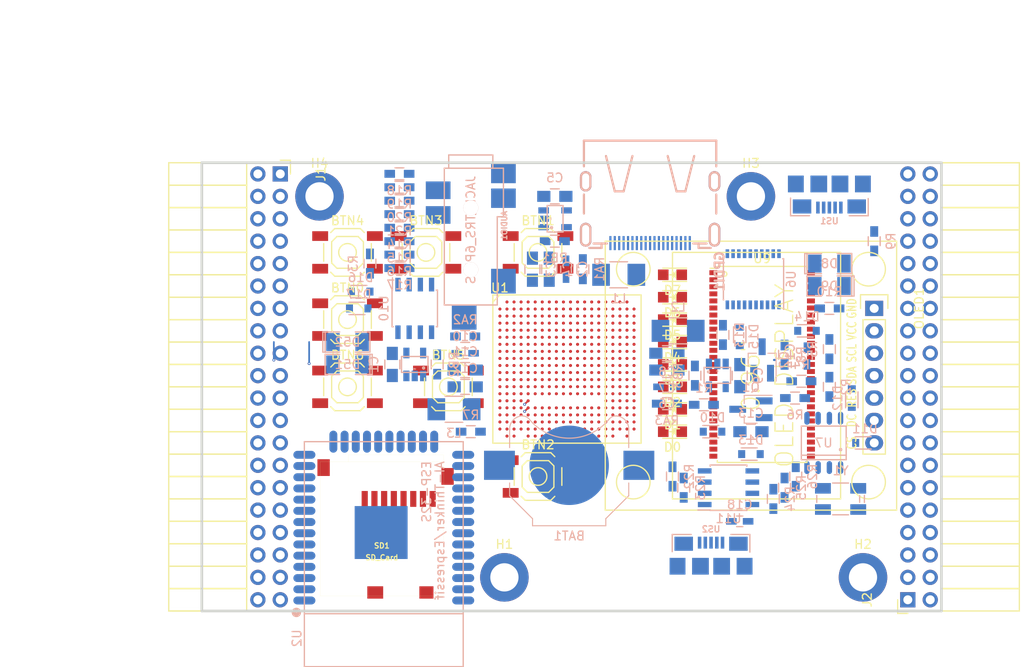
<source format=kicad_pcb>
(kicad_pcb (version 4) (host pcbnew 4.0.5+dfsg1-4)
  (layers (0 F.Cu signal) (1 In1.Cu signal) (2 In2.Cu signal) (31 B.Cu signal) (34 B.Paste user) (35 F.Paste user) (36 B.SilkS user) (37 F.SilkS user) (38 B.Mask user) (39 F.Mask user) (44 Edge.Cuts user))
  (net 0 "")
  (net 1 GND)
  (net 2 +5V)
  (net 3 /gpio/IN5V)
  (net 4 /gpio/OUT5V)
  (net 5 +3V3)
  (net 6 "Net-(L1-Pad1)")
  (net 7 "Net-(L2-Pad1)")
  (net 8 +1V2)
  (net 9 BTN_D)
  (net 10 BTN_F1)
  (net 11 BTN_F2)
  (net 12 BTN_L)
  (net 13 BTN_R)
  (net 14 BTN_U)
  (net 15 /power/FB1)
  (net 16 +2V5)
  (net 17 "Net-(L3-Pad1)")
  (net 18 /power/PWREN)
  (net 19 /power/FB3)
  (net 20 /power/FB2)
  (net 21 "Net-(D9-Pad1)")
  (net 22 /power/VBAT)
  (net 23 SD_3)
  (net 24 JTAG_TDI)
  (net 25 JTAG_TCK)
  (net 26 JTAG_TMS)
  (net 27 JTAG_TDO)
  (net 28 /power/WAKEUPn)
  (net 29 /power/WKUP)
  (net 30 /power/SHUT)
  (net 31 /power/WAKE)
  (net 32 /power/HOLD)
  (net 33 /power/WKn)
  (net 34 /power/OSCI_32k)
  (net 35 /power/OSCO_32k)
  (net 36 FTDI_nSUSPEND)
  (net 37 USB_FTDI_DM)
  (net 38 USB_FTDI_DP)
  (net 39 "Net-(Q2-Pad3)")
  (net 40 SHUTDOWN)
  (net 41 /analog/AUDIO_L)
  (net 42 /analog/AUDIO_R)
  (net 43 GPDI_5V_SCL)
  (net 44 GPDI_5V_SDA)
  (net 45 GPDI_SDA)
  (net 46 GPDI_SCL)
  (net 47 /gpdi/VREF2)
  (net 48 /blinkey/BTNPU)
  (net 49 SD_CMD)
  (net 50 SD_CLK)
  (net 51 SD_D0)
  (net 52 SD_D1)
  (net 53 USB5V)
  (net 54 /gpio/B11)
  (net 55 /gpio/C11)
  (net 56 /gpio/A10)
  (net 57 /gpio/A11)
  (net 58 /gpio/B10)
  (net 59 /gpio/A9)
  (net 60 /gpio/C10)
  (net 61 /gpio/B9)
  (net 62 /gpio/E9)
  (net 63 /gpio/D9)
  (net 64 /gpio/A8)
  (net 65 /gpio/A7)
  (net 66 /gpio/B8)
  (net 67 /gpio/C8)
  (net 68 /gpio/D8)
  (net 69 /gpio/E8)
  (net 70 /gpio/C7)
  (net 71 /gpio/C6)
  (net 72 /gpio/D7)
  (net 73 /gpio/E7)
  (net 74 /gpio/D6)
  (net 75 /gpio/E6)
  (net 76 /gpio/B6)
  (net 77 /gpio/A6)
  (net 78 /gpio/A19)
  (net 79 /gpio/B20)
  (net 80 /gpio/A18)
  (net 81 /gpio/B19)
  (net 82 /gpio/A17)
  (net 83 /gpio/B18)
  (net 84 /gpio/B17)
  (net 85 /gpio/C17)
  (net 86 /gpio/C16)
  (net 87 /gpio/D16)
  (net 88 /gpio/A16)
  (net 89 /gpio/B16)
  (net 90 /gpio/D15)
  (net 91 /gpio/E15)
  (net 92 /gpio/B15)
  (net 93 /gpio/C15)
  (net 94 /gpio/D14)
  (net 95 /gpio/E14)
  (net 96 /gpio/A14)
  (net 97 /gpio/C14)
  (net 98 /gpio/D13)
  (net 99 /gpio/E13)
  (net 100 /gpio/B13)
  (net 101 /gpio/C13)
  (net 102 /gpio/A12)
  (net 103 /gpio/A13)
  (net 104 /gpio/D12)
  (net 105 /gpio/E12)
  (net 106 /gpio/B12)
  (net 107 /gpio/C12)
  (net 108 /gpio/D11)
  (net 109 /gpio/E11)
  (net 110 "Net-(BTN0-Pad1)")
  (net 111 LED0)
  (net 112 LED1)
  (net 113 LED2)
  (net 114 LED3)
  (net 115 LED4)
  (net 116 LED5)
  (net 117 LED6)
  (net 118 LED7)
  (net 119 BTN_PWRn)
  (net 120 GPDI_ETH_N)
  (net 121 GPDI_ETH_P)
  (net 122 GPDI_D2_P)
  (net 123 GPDI_D2_N)
  (net 124 GPDI_D1_P)
  (net 125 GPDI_D1_N)
  (net 126 GPDI_D0_P)
  (net 127 GPDI_D0_N)
  (net 128 GPDI_CLK_P)
  (net 129 GPDI_CLK_N)
  (net 130 GPDI_CEC)
  (net 131 nRESET)
  (net 132 /usb/FT3V3)
  (net 133 FTDI_nDTR)
  (module Keystone_3000_1x12mm-CoinCell:Keystone_3000_1x12mm-CoinCell (layer B.Cu) (at 135.73 95.71)
    (fp_text reference BAT1 (at 0 8) (layer B.SilkS) (effects (justify mirror)))
    (fp_text value CR1225)
    (pad 1 smd rect (at -7.9 0) (size 3.5 3.3) (layers B.Cu B.Paste B.Mask) (net 22 /power/VBAT))
    (pad 1 smd rect (at 7.9 0) (size 3.5 3.3) (layers B.Cu B.Paste B.Mask) (net 22 /power/VBAT))
    (pad 2 smd circle (at 0 0) (size 9 9) (layers B.Cu B.Mask) (net 1 GND))
  )
  (module SMD_Packages:SMD-1206_Pol (layer B.Cu) (at 110.61 81.74)
    (fp_text reference D52 (at 0 0) (layer B.SilkS) (effects (justify mirror)))
    (fp_text value 2A)
    (pad 1 smd rect (at -1.651 0) (size 1.524 2.032) (layers B.Cu B.Paste B.Mask) (net 4 /gpio/OUT5V))
    (pad 2 smd rect (at 1.651 0) (size 1.524 2.032) (layers B.Cu B.Paste B.Mask) (net 2 +5V))
  )
  (module SMD_Packages:SMD-1206_Pol (layer B.Cu) (at 110.61 84.28 180)
    (fp_text reference D51 (at 0 0 180) (layer B.SilkS) (effects (justify mirror)))
    (fp_text value 2A)
    (pad 1 smd rect (at -1.651 0 180) (size 1.524 2.032) (layers B.Cu B.Paste B.Mask) (net 2 +5V))
    (pad 2 smd rect (at 1.651 0 180) (size 1.524 2.032) (layers B.Cu B.Paste B.Mask) (net 3 /gpio/IN5V))
  )
  (module micro-sd:MicroSD_TF02D (layer F.Cu) (at 114.5 110.52 180)
    (fp_text reference SD1 (at 0 5.7 180) (layer F.SilkS) (effects (font (size 0.59944 0.59944) (thickness 0.12446))))
    (fp_text value SD_Card (at 0 4.35 180) (layer F.SilkS) (effects (font (size 0.59944 0.59944) (thickness 0.12446))))
    (pad 1 smd rect (at 1.94 11 180) (size 0.7 1.8) (layers F.Cu F.Paste F.Mask) (net 23 SD_3))
    (pad 2 smd rect (at 0.84 11 180) (size 0.7 1.8) (layers F.Cu F.Paste F.Mask) (net 49 SD_CMD))
    (pad 3 smd rect (at -0.26 11 180) (size 0.7 1.8) (layers F.Cu F.Paste F.Mask) (net 1 GND))
    (pad 4 smd rect (at -1.36 11 180) (size 0.7 1.8) (layers F.Cu F.Paste F.Mask) (net 5 +3V3))
    (pad 5 smd rect (at -2.46 11 180) (size 0.7 1.8) (layers F.Cu F.Paste F.Mask) (net 50 SD_CLK))
    (pad 6 smd rect (at -3.56 11 180) (size 0.7 1.8) (layers F.Cu F.Paste F.Mask) (net 1 GND))
    (pad 7 smd rect (at -4.66 11 180) (size 0.7 1.8) (layers F.Cu F.Paste F.Mask) (net 51 SD_D0))
    (pad 8 smd rect (at -5.76 11 180) (size 0.7 1.8) (layers F.Cu F.Paste F.Mask) (net 52 SD_D1))
    (pad S smd rect (at -5.05 0.4 180) (size 1.6 1.4) (layers F.Cu F.Paste F.Mask))
    (pad S smd rect (at 0.75 0.4 180) (size 1.8 1.4) (layers F.Cu F.Paste F.Mask))
    (pad G smd rect (at -7.45 13.55 180) (size 1.4 1.9) (layers F.Cu F.Paste F.Mask))
    (pad G smd rect (at 6.6 14.55 180) (size 1.4 1.9) (layers F.Cu F.Paste F.Mask))
  )
  (module Resistors_SMD:R_1210_HandSoldering (layer B.Cu) (at 141.344 74.12)
    (fp_text reference L1 (at 0 2.7) (layer B.SilkS) (effects (justify mirror)))
    (fp_text value 2.2uH)
    (pad 1 smd rect (at -2 0) (size 2 2.5) (layers B.Cu B.Paste B.Mask) (net 6 "Net-(L1-Pad1)"))
    (pad 2 smd rect (at 2 0) (size 2 2.5) (layers B.Cu B.Paste B.Mask) (net 8 +1V2))
  )
  (module TSOT-25:TSOT-25 (layer B.Cu) (at 134.135 67.77 90)
    (fp_text reference U3 (at 0 -0.5 90) (layer B.SilkS) (effects (font (size 0.15 0.15) (thickness 0.0375)) (justify mirror)))
    (fp_text value AP3429A)
    (pad 1 smd rect (at -0.95 -1.3 90) (size 0.7 1.2) (layers B.Cu B.Paste B.Mask) (net 18 /power/PWREN))
    (pad 2 smd rect (at 0 -1.3 90) (size 0.7 1.2) (layers B.Cu B.Paste B.Mask) (net 1 GND))
    (pad 3 smd rect (at 0.95 -1.3 90) (size 0.7 1.2) (layers B.Cu B.Paste B.Mask) (net 6 "Net-(L1-Pad1)"))
    (pad 4 smd rect (at 0.95 1.3 90) (size 0.7 1.2) (layers B.Cu B.Paste B.Mask) (net 2 +5V))
    (pad 5 smd rect (at -0.95 1.3 90) (size 0.7 1.2) (layers B.Cu B.Paste B.Mask) (net 15 /power/FB1))
  )
  (module Resistors_SMD:R_1210_HandSoldering (layer B.Cu) (at 148.075 80.47 180)
    (fp_text reference L2 (at 0 2.7 180) (layer B.SilkS) (effects (justify mirror)))
    (fp_text value 2.2uH)
    (pad 1 smd rect (at -2 0 180) (size 2 2.5) (layers B.Cu B.Paste B.Mask) (net 7 "Net-(L2-Pad1)"))
    (pad 2 smd rect (at 2 0 180) (size 2 2.5) (layers B.Cu B.Paste B.Mask) (net 5 +3V3))
  )
  (module TSOT-25:TSOT-25 (layer B.Cu) (at 152.52 85.52)
    (fp_text reference U4 (at 0 -0.5) (layer B.SilkS) (effects (font (size 0.15 0.15) (thickness 0.0375)) (justify mirror)))
    (fp_text value AP3429A)
    (pad 1 smd rect (at -0.95 -1.3) (size 0.7 1.2) (layers B.Cu B.Paste B.Mask) (net 18 /power/PWREN))
    (pad 2 smd rect (at 0 -1.3) (size 0.7 1.2) (layers B.Cu B.Paste B.Mask) (net 1 GND))
    (pad 3 smd rect (at 0.95 -1.3) (size 0.7 1.2) (layers B.Cu B.Paste B.Mask) (net 7 "Net-(L2-Pad1)"))
    (pad 4 smd rect (at 0.95 1.3) (size 0.7 1.2) (layers B.Cu B.Paste B.Mask) (net 2 +5V))
    (pad 5 smd rect (at -0.95 1.3) (size 0.7 1.2) (layers B.Cu B.Paste B.Mask) (net 19 /power/FB3))
  )
  (module Buttons_Switches_SMD:SW_SPST_SKQG (layer F.Cu) (at 132.2 71.58)
    (fp_text reference BTN1 (at 0 -3.6) (layer F.SilkS))
    (fp_text value FIRE1)
    (pad 1 smd rect (at -3.1 -1.85) (size 1.8 1.1) (layers F.Cu F.Paste F.Mask) (net 48 /blinkey/BTNPU))
    (pad 1 smd rect (at 3.1 -1.85) (size 1.8 1.1) (layers F.Cu F.Paste F.Mask) (net 48 /blinkey/BTNPU))
    (pad 2 smd rect (at -3.1 1.85) (size 1.8 1.1) (layers F.Cu F.Paste F.Mask) (net 10 BTN_F1))
    (pad 2 smd rect (at 3.1 1.85) (size 1.8 1.1) (layers F.Cu F.Paste F.Mask) (net 10 BTN_F1))
  )
  (module Buttons_Switches_SMD:SW_SPST_SKQG (layer F.Cu) (at 132.2 96.98)
    (fp_text reference BTN2 (at 0 -3.6) (layer F.SilkS))
    (fp_text value FIRE2)
    (pad 1 smd rect (at -3.1 -1.85) (size 1.8 1.1) (layers F.Cu F.Paste F.Mask) (net 48 /blinkey/BTNPU))
    (pad 1 smd rect (at 3.1 -1.85) (size 1.8 1.1) (layers F.Cu F.Paste F.Mask) (net 48 /blinkey/BTNPU))
    (pad 2 smd rect (at -3.1 1.85) (size 1.8 1.1) (layers F.Cu F.Paste F.Mask) (net 11 BTN_F2))
    (pad 2 smd rect (at 3.1 1.85) (size 1.8 1.1) (layers F.Cu F.Paste F.Mask) (net 11 BTN_F2))
  )
  (module Buttons_Switches_SMD:SW_SPST_SKQG (layer F.Cu) (at 119.5 71.58)
    (fp_text reference BTN3 (at 0 -3.6) (layer F.SilkS))
    (fp_text value UP)
    (pad 1 smd rect (at -3.1 -1.85) (size 1.8 1.1) (layers F.Cu F.Paste F.Mask) (net 48 /blinkey/BTNPU))
    (pad 1 smd rect (at 3.1 -1.85) (size 1.8 1.1) (layers F.Cu F.Paste F.Mask) (net 48 /blinkey/BTNPU))
    (pad 2 smd rect (at -3.1 1.85) (size 1.8 1.1) (layers F.Cu F.Paste F.Mask) (net 14 BTN_U))
    (pad 2 smd rect (at 3.1 1.85) (size 1.8 1.1) (layers F.Cu F.Paste F.Mask) (net 14 BTN_U))
  )
  (module Buttons_Switches_SMD:SW_SPST_SKQG (layer F.Cu) (at 110.61 71.58)
    (fp_text reference BTN4 (at 0 -3.6) (layer F.SilkS))
    (fp_text value DOWN)
    (pad 1 smd rect (at -3.1 -1.85) (size 1.8 1.1) (layers F.Cu F.Paste F.Mask) (net 48 /blinkey/BTNPU))
    (pad 1 smd rect (at 3.1 -1.85) (size 1.8 1.1) (layers F.Cu F.Paste F.Mask) (net 48 /blinkey/BTNPU))
    (pad 2 smd rect (at -3.1 1.85) (size 1.8 1.1) (layers F.Cu F.Paste F.Mask) (net 9 BTN_D))
    (pad 2 smd rect (at 3.1 1.85) (size 1.8 1.1) (layers F.Cu F.Paste F.Mask) (net 9 BTN_D))
  )
  (module Buttons_Switches_SMD:SW_SPST_SKQG (layer F.Cu) (at 122.04 86.82)
    (fp_text reference BTN5 (at 0 -3.6) (layer F.SilkS))
    (fp_text value LEFT)
    (pad 1 smd rect (at -3.1 -1.85) (size 1.8 1.1) (layers F.Cu F.Paste F.Mask) (net 48 /blinkey/BTNPU))
    (pad 1 smd rect (at 3.1 -1.85) (size 1.8 1.1) (layers F.Cu F.Paste F.Mask) (net 48 /blinkey/BTNPU))
    (pad 2 smd rect (at -3.1 1.85) (size 1.8 1.1) (layers F.Cu F.Paste F.Mask) (net 12 BTN_L))
    (pad 2 smd rect (at 3.1 1.85) (size 1.8 1.1) (layers F.Cu F.Paste F.Mask) (net 12 BTN_L))
  )
  (module Buttons_Switches_SMD:SW_SPST_SKQG (layer F.Cu) (at 110.61 86.82)
    (fp_text reference BTN6 (at 0 -3.6) (layer F.SilkS))
    (fp_text value RIGHT)
    (pad 1 smd rect (at -3.1 -1.85) (size 1.8 1.1) (layers F.Cu F.Paste F.Mask) (net 48 /blinkey/BTNPU))
    (pad 1 smd rect (at 3.1 -1.85) (size 1.8 1.1) (layers F.Cu F.Paste F.Mask) (net 48 /blinkey/BTNPU))
    (pad 2 smd rect (at -3.1 1.85) (size 1.8 1.1) (layers F.Cu F.Paste F.Mask) (net 13 BTN_R))
    (pad 2 smd rect (at 3.1 1.85) (size 1.8 1.1) (layers F.Cu F.Paste F.Mask) (net 13 BTN_R))
  )
  (module LEDs:LED_0805 (layer F.Cu) (at 147.44 91.9 180)
    (fp_text reference D0 (at 0 -1.75 180) (layer F.SilkS))
    (fp_text value LED)
    (pad 2 smd rect (at 1.04902 0) (size 1.19888 1.19888) (layers F.Cu F.Paste F.Mask) (net 111 LED0))
    (pad 1 smd rect (at -1.04902 0) (size 1.19888 1.19888) (layers F.Cu F.Paste F.Mask) (net 1 GND))
  )
  (module LEDs:LED_0805 (layer F.Cu) (at 147.44 89.36 180)
    (fp_text reference D1 (at 0 -1.75 180) (layer F.SilkS))
    (fp_text value LED)
    (pad 2 smd rect (at 1.04902 0) (size 1.19888 1.19888) (layers F.Cu F.Paste F.Mask) (net 112 LED1))
    (pad 1 smd rect (at -1.04902 0) (size 1.19888 1.19888) (layers F.Cu F.Paste F.Mask) (net 1 GND))
  )
  (module LEDs:LED_0805 (layer F.Cu) (at 147.44 86.82 180)
    (fp_text reference D2 (at 0 -1.75 180) (layer F.SilkS))
    (fp_text value LED)
    (pad 2 smd rect (at 1.04902 0) (size 1.19888 1.19888) (layers F.Cu F.Paste F.Mask) (net 113 LED2))
    (pad 1 smd rect (at -1.04902 0) (size 1.19888 1.19888) (layers F.Cu F.Paste F.Mask) (net 1 GND))
  )
  (module LEDs:LED_0805 (layer F.Cu) (at 147.44 84.28 180)
    (fp_text reference D3 (at 0 -1.75 180) (layer F.SilkS))
    (fp_text value LED)
    (pad 2 smd rect (at 1.04902 0) (size 1.19888 1.19888) (layers F.Cu F.Paste F.Mask) (net 114 LED3))
    (pad 1 smd rect (at -1.04902 0) (size 1.19888 1.19888) (layers F.Cu F.Paste F.Mask) (net 1 GND))
  )
  (module LEDs:LED_0805 (layer F.Cu) (at 147.44 81.74 180)
    (fp_text reference D4 (at 0 -1.75 180) (layer F.SilkS))
    (fp_text value LED)
    (pad 2 smd rect (at 1.04902 0) (size 1.19888 1.19888) (layers F.Cu F.Paste F.Mask) (net 115 LED4))
    (pad 1 smd rect (at -1.04902 0) (size 1.19888 1.19888) (layers F.Cu F.Paste F.Mask) (net 1 GND))
  )
  (module LEDs:LED_0805 (layer F.Cu) (at 147.44 79.2 180)
    (fp_text reference D5 (at 0 -1.75 180) (layer F.SilkS))
    (fp_text value LED)
    (pad 2 smd rect (at 1.04902 0) (size 1.19888 1.19888) (layers F.Cu F.Paste F.Mask) (net 116 LED5))
    (pad 1 smd rect (at -1.04902 0) (size 1.19888 1.19888) (layers F.Cu F.Paste F.Mask) (net 1 GND))
  )
  (module LEDs:LED_0805 (layer F.Cu) (at 147.44 76.66 180)
    (fp_text reference D6 (at 0 -1.75 180) (layer F.SilkS))
    (fp_text value LED)
    (pad 2 smd rect (at 1.04902 0) (size 1.19888 1.19888) (layers F.Cu F.Paste F.Mask) (net 117 LED6))
    (pad 1 smd rect (at -1.04902 0) (size 1.19888 1.19888) (layers F.Cu F.Paste F.Mask) (net 1 GND))
  )
  (module LEDs:LED_0805 (layer F.Cu) (at 147.44 74.12 180)
    (fp_text reference D7 (at 0 -1.75 180) (layer F.SilkS))
    (fp_text value LED)
    (pad 2 smd rect (at 1.04902 0) (size 1.19888 1.19888) (layers F.Cu F.Paste F.Mask) (net 118 LED7))
    (pad 1 smd rect (at -1.04902 0) (size 1.19888 1.19888) (layers F.Cu F.Paste F.Mask) (net 1 GND))
  )
  (module Resistors_SMD:R_1210_HandSoldering (layer B.Cu) (at 122.675 89.36)
    (fp_text reference L3 (at 0 2.7) (layer B.SilkS) (effects (justify mirror)))
    (fp_text value 2.2uH)
    (pad 1 smd rect (at -2 0) (size 2 2.5) (layers B.Cu B.Paste B.Mask) (net 17 "Net-(L3-Pad1)"))
    (pad 2 smd rect (at 2 0) (size 2 2.5) (layers B.Cu B.Paste B.Mask) (net 16 +2V5))
  )
  (module TSOT-25:TSOT-25 (layer B.Cu) (at 118.23 84.28 180)
    (fp_text reference U5 (at 0 -0.5 180) (layer B.SilkS) (effects (font (size 0.15 0.15) (thickness 0.0375)) (justify mirror)))
    (fp_text value AP3429A)
    (pad 1 smd rect (at -0.95 -1.3 180) (size 0.7 1.2) (layers B.Cu B.Paste B.Mask) (net 18 /power/PWREN))
    (pad 2 smd rect (at 0 -1.3 180) (size 0.7 1.2) (layers B.Cu B.Paste B.Mask) (net 1 GND))
    (pad 3 smd rect (at 0.95 -1.3 180) (size 0.7 1.2) (layers B.Cu B.Paste B.Mask) (net 17 "Net-(L3-Pad1)"))
    (pad 4 smd rect (at 0.95 1.3 180) (size 0.7 1.2) (layers B.Cu B.Paste B.Mask) (net 2 +5V))
    (pad 5 smd rect (at -0.95 1.3 180) (size 0.7 1.2) (layers B.Cu B.Paste B.Mask) (net 20 /power/FB2))
  )
  (module Capacitors_SMD:C_0805_HandSoldering (layer B.Cu) (at 115.69 84.28 270)
    (fp_text reference C1 (at 0 2.1 270) (layer B.SilkS) (effects (justify mirror)))
    (fp_text value 22uF)
    (pad 1 smd rect (at -1.25 0 270) (size 1.5 1.25) (layers B.Cu B.Paste B.Mask) (net 2 +5V))
    (pad 2 smd rect (at 1.25 0 270) (size 1.5 1.25) (layers B.Cu B.Paste B.Mask) (net 1 GND))
  )
  (module Capacitors_SMD:C_0805_HandSoldering (layer B.Cu) (at 131.565 73.485 90)
    (fp_text reference C3 (at 0 2.1 90) (layer B.SilkS) (effects (justify mirror)))
    (fp_text value 22uF)
    (pad 1 smd rect (at -1.25 0 90) (size 1.5 1.25) (layers B.Cu B.Paste B.Mask) (net 8 +1V2))
    (pad 2 smd rect (at 1.25 0 90) (size 1.5 1.25) (layers B.Cu B.Paste B.Mask) (net 1 GND))
  )
  (module Capacitors_SMD:C_0805_HandSoldering (layer B.Cu) (at 133.47 73.485 90)
    (fp_text reference C4 (at 0 2.1 90) (layer B.SilkS) (effects (justify mirror)))
    (fp_text value 22uF)
    (pad 1 smd rect (at -1.25 0 90) (size 1.5 1.25) (layers B.Cu B.Paste B.Mask) (net 8 +1V2))
    (pad 2 smd rect (at 1.25 0 90) (size 1.5 1.25) (layers B.Cu B.Paste B.Mask) (net 1 GND))
  )
  (module Capacitors_SMD:C_0805_HandSoldering (layer B.Cu) (at 134.105 65.23 180)
    (fp_text reference C5 (at 0 2.1 180) (layer B.SilkS) (effects (justify mirror)))
    (fp_text value 22uF)
    (pad 1 smd rect (at -1.25 0 180) (size 1.5 1.25) (layers B.Cu B.Paste B.Mask) (net 2 +5V))
    (pad 2 smd rect (at 1.25 0 180) (size 1.5 1.25) (layers B.Cu B.Paste B.Mask) (net 1 GND))
  )
  (module Capacitors_SMD:C_0805_HandSoldering (layer B.Cu) (at 146.805 84.915)
    (fp_text reference C7 (at 0 2.1) (layer B.SilkS) (effects (justify mirror)))
    (fp_text value 22uF)
    (pad 1 smd rect (at -1.25 0) (size 1.5 1.25) (layers B.Cu B.Paste B.Mask) (net 5 +3V3))
    (pad 2 smd rect (at 1.25 0) (size 1.5 1.25) (layers B.Cu B.Paste B.Mask) (net 1 GND))
  )
  (module Capacitors_SMD:C_0805_HandSoldering (layer B.Cu) (at 146.805 83.01)
    (fp_text reference C8 (at 0 2.1) (layer B.SilkS) (effects (justify mirror)))
    (fp_text value 22uF)
    (pad 1 smd rect (at -1.25 0) (size 1.5 1.25) (layers B.Cu B.Paste B.Mask) (net 5 +3V3))
    (pad 2 smd rect (at 1.25 0) (size 1.5 1.25) (layers B.Cu B.Paste B.Mask) (net 1 GND))
  )
  (module Capacitors_SMD:C_0805_HandSoldering (layer B.Cu) (at 155.06 85.55 90)
    (fp_text reference C9 (at 0 2.1 90) (layer B.SilkS) (effects (justify mirror)))
    (fp_text value 22uF)
    (pad 1 smd rect (at -1.25 0 90) (size 1.5 1.25) (layers B.Cu B.Paste B.Mask) (net 2 +5V))
    (pad 2 smd rect (at 1.25 0 90) (size 1.5 1.25) (layers B.Cu B.Paste B.Mask) (net 1 GND))
  )
  (module Capacitors_SMD:C_0805_HandSoldering (layer B.Cu) (at 123.945 84.915 180)
    (fp_text reference C11 (at 0 2.1 180) (layer B.SilkS) (effects (justify mirror)))
    (fp_text value 22uF)
    (pad 1 smd rect (at -1.25 0 180) (size 1.5 1.25) (layers B.Cu B.Paste B.Mask) (net 16 +2V5))
    (pad 2 smd rect (at 1.25 0 180) (size 1.5 1.25) (layers B.Cu B.Paste B.Mask) (net 1 GND))
  )
  (module Capacitors_SMD:C_0805_HandSoldering (layer B.Cu) (at 123.945 86.82 180)
    (fp_text reference C12 (at 0 2.1 180) (layer B.SilkS) (effects (justify mirror)))
    (fp_text value 22uF)
    (pad 1 smd rect (at -1.25 0 180) (size 1.5 1.25) (layers B.Cu B.Paste B.Mask) (net 16 +2V5))
    (pad 2 smd rect (at 1.25 0 180) (size 1.5 1.25) (layers B.Cu B.Paste B.Mask) (net 1 GND))
  )
  (module SMD_Packages:SMD-1206_Pol (layer B.Cu) (at 165.22 72.85)
    (fp_text reference D8 (at 0 0) (layer B.SilkS) (effects (justify mirror)))
    (fp_text value 2A)
    (pad 1 smd rect (at -1.651 0) (size 1.524 2.032) (layers B.Cu B.Paste B.Mask) (net 2 +5V))
    (pad 2 smd rect (at 1.651 0) (size 1.524 2.032) (layers B.Cu B.Paste B.Mask) (net 53 USB5V))
  )
  (module SMD_Packages:SMD-1206_Pol (layer B.Cu) (at 165.22 75.39 180)
    (fp_text reference D9 (at 0 0 180) (layer B.SilkS) (effects (justify mirror)))
    (fp_text value 2A)
    (pad 1 smd rect (at -1.651 0 180) (size 1.524 2.032) (layers B.Cu B.Paste B.Mask) (net 21 "Net-(D9-Pad1)"))
    (pad 2 smd rect (at 1.651 0 180) (size 1.524 2.032) (layers B.Cu B.Paste B.Mask) (net 2 +5V))
  )
  (module Power_Integrations:SO-8 (layer B.Cu) (at 164.585 93.17 180)
    (fp_text reference U7 (at 0 0 180) (layer B.SilkS) (effects (justify mirror)))
    (fp_text value PCF8523)
    (pad 1 smd oval (at -1.905 -2.794 180) (size 0.6096 1.4732) (layers B.Cu B.Paste B.Mask) (net 34 /power/OSCI_32k))
    (pad 2 smd oval (at -0.635 -2.794 180) (size 0.6096 1.4732) (layers B.Cu B.Paste B.Mask) (net 35 /power/OSCO_32k))
    (pad 3 smd oval (at 0.635 -2.794 180) (size 0.6096 1.4732) (layers B.Cu B.Paste B.Mask) (net 22 /power/VBAT))
    (pad 4 smd oval (at 1.905 -2.794 180) (size 0.6096 1.4732) (layers B.Cu B.Paste B.Mask) (net 1 GND))
    (pad 5 smd oval (at 1.905 2.794 180) (size 0.6096 1.4732) (layers B.Cu B.Paste B.Mask))
    (pad 6 smd oval (at 0.635 2.794 180) (size 0.6096 1.4732) (layers B.Cu B.Paste B.Mask))
    (pad 7 smd oval (at -0.635 2.794 180) (size 0.6096 1.4732) (layers B.Cu B.Paste B.Mask) (net 28 /power/WAKEUPn))
    (pad 8 smd oval (at -1.905 2.794 180) (size 0.6096 1.4732) (layers B.Cu B.Paste B.Mask) (net 16 +2V5))
  )
  (module Capacitors_SMD:C_0805_HandSoldering (layer B.Cu) (at 156.33 91.9 180)
    (fp_text reference C13 (at 0 2.1 180) (layer B.SilkS) (effects (justify mirror)))
    (fp_text value 2.2uF)
    (pad 1 smd rect (at -1.25 0 180) (size 1.5 1.25) (layers B.Cu B.Paste B.Mask) (net 2 +5V))
    (pad 2 smd rect (at 1.25 0 180) (size 1.5 1.25) (layers B.Cu B.Paste B.Mask) (net 29 /power/WKUP))
  )
  (module Diodes_SMD:D_0805 (layer B.Cu) (at 151.978 91.9)
    (fp_text reference D10 (at 0 -1.6) (layer B.SilkS) (effects (justify mirror)))
    (fp_text value 1N4148)
    (pad 1 smd rect (at -1.05 0) (size 0.8 0.9) (layers B.Cu B.Paste B.Mask) (net 31 /power/WAKE))
    (pad 2 smd rect (at 1.05 0) (size 0.8 0.9) (layers B.Cu B.Paste B.Mask) (net 29 /power/WKUP))
  )
  (module Diodes_SMD:D_0805 (layer B.Cu) (at 169.25 93.17)
    (fp_text reference D11 (at 0 -1.6) (layer B.SilkS) (effects (justify mirror)))
    (fp_text value 1N4148)
    (pad 1 smd rect (at -1.05 0) (size 0.8 0.9) (layers B.Cu B.Paste B.Mask) (net 32 /power/HOLD))
    (pad 2 smd rect (at 1.05 0) (size 0.8 0.9) (layers B.Cu B.Paste B.Mask) (net 5 +3V3))
  )
  (module Diodes_SMD:D_0805 (layer B.Cu) (at 155.06 81.105 270)
    (fp_text reference D15 (at 0 -1.6 270) (layer B.SilkS) (effects (justify mirror)))
    (fp_text value BAT42)
    (pad 1 smd rect (at -1.05 0 270) (size 0.8 0.9) (layers B.Cu B.Paste B.Mask) (net 30 /power/SHUT))
    (pad 2 smd rect (at 1.05 0 270) (size 0.8 0.9) (layers B.Cu B.Paste B.Mask) (net 40 SHUTDOWN))
  )
  (module Diodes_SMD:D_0805 (layer B.Cu) (at 167.76 88.09 90)
    (fp_text reference D12 (at 0 -1.6 90) (layer B.SilkS) (effects (justify mirror)))
    (fp_text value 1N4148)
    (pad 1 smd rect (at -1.05 0 90) (size 0.8 0.9) (layers B.Cu B.Paste B.Mask) (net 18 /power/PWREN))
    (pad 2 smd rect (at 1.05 0 90) (size 0.8 0.9) (layers B.Cu B.Paste B.Mask) (net 36 FTDI_nSUSPEND))
  )
  (module usb_otg:USB-MICRO-B-FCI-10118192-0001LF (layer B.Cu) (at 165.22 63.825)
    (fp_text reference US1 (at 0 4.2) (layer B.SilkS) (effects (font (size 0.7 0.7)) (justify mirror)))
    (fp_text value USB_FTDI hide)
    (pad 6 smd rect (at -3.1 2.55) (size 2.1 1.6) (layers B.Cu B.Paste B.Mask) (net 1 GND))
    (pad 6 smd rect (at 3.1 2.55) (size 2.1 1.6) (layers B.Cu B.Paste B.Mask) (net 1 GND))
    (pad "" smd rect (at -1.2 0) (size 1.9 1.9) (layers B.Cu B.Paste B.Mask))
    (pad "" smd rect (at 1.2 0) (size 1.9 1.9) (layers B.Cu B.Paste B.Mask))
    (pad 1 smd rect (at -1.3 2.675) (size 0.4 1.35) (layers B.Cu B.Paste B.Mask) (net 53 USB5V))
    (pad 2 smd rect (at -0.65 2.675) (size 0.4 1.35) (layers B.Cu B.Paste B.Mask) (net 37 USB_FTDI_DM))
    (pad 3 smd rect (at 0 2.675) (size 0.4 1.35) (layers B.Cu B.Paste B.Mask) (net 38 USB_FTDI_DP))
    (pad 4 smd rect (at 0.65 2.675) (size 0.4 1.35) (layers B.Cu B.Paste B.Mask))
    (pad 5 smd rect (at 1.3 2.675) (size 0.4 1.35) (layers B.Cu B.Paste B.Mask) (net 1 GND))
    (pad "" smd rect (at -3.8 0) (size 1.8 1.9) (layers B.Cu B.Paste B.Mask))
    (pad "" smd rect (at 3.8 0) (size 1.8 1.9) (layers B.Cu B.Paste B.Mask))
  )
  (module usb_otg:USB-MICRO-B-FCI-10118192-0001LF (layer B.Cu) (at 151.81 107.15 180)
    (fp_text reference US2 (at 0 4.2 180) (layer B.SilkS) (effects (font (size 0.7 0.7)) (justify mirror)))
    (fp_text value USB_FPGA hide)
    (pad 6 smd rect (at -3.1 2.55 180) (size 2.1 1.6) (layers B.Cu B.Paste B.Mask) (net 1 GND))
    (pad 6 smd rect (at 3.1 2.55 180) (size 2.1 1.6) (layers B.Cu B.Paste B.Mask) (net 1 GND))
    (pad "" smd rect (at -1.2 0 180) (size 1.9 1.9) (layers B.Cu B.Paste B.Mask))
    (pad "" smd rect (at 1.2 0 180) (size 1.9 1.9) (layers B.Cu B.Paste B.Mask))
    (pad 1 smd rect (at -1.3 2.675 180) (size 0.4 1.35) (layers B.Cu B.Paste B.Mask) (net 21 "Net-(D9-Pad1)"))
    (pad 2 smd rect (at -0.65 2.675 180) (size 0.4 1.35) (layers B.Cu B.Paste B.Mask))
    (pad 3 smd rect (at 0 2.675 180) (size 0.4 1.35) (layers B.Cu B.Paste B.Mask))
    (pad 4 smd rect (at 0.65 2.675 180) (size 0.4 1.35) (layers B.Cu B.Paste B.Mask))
    (pad 5 smd rect (at 1.3 2.675 180) (size 0.4 1.35) (layers B.Cu B.Paste B.Mask) (net 1 GND))
    (pad "" smd rect (at -3.8 0 180) (size 1.8 1.9) (layers B.Cu B.Paste B.Mask))
    (pad "" smd rect (at 3.8 0 180) (size 1.8 1.9) (layers B.Cu B.Paste B.Mask))
  )
  (module audio-jack:CUI_SJ-43516-SMT (layer B.Cu) (at 124.58 69.04 270)
    (fp_text reference AUDIO1 (at -0.5 -3.8 270) (layer B.SilkS) (effects (font (size 0.6096 0.6096) (thickness 0.1524)) (justify mirror)))
    (fp_text value JACK_TRS_6PINS (at 0 0 270) (layer B.SilkS) (effects (justify mirror)))
    (pad 1 smd rect (at -6.4 -3.7 270) (size 2.2 2.8) (layers B.Cu B.Paste B.Mask) (net 41 /analog/AUDIO_L))
    (pad 4 smd rect (at -3.6 -3.7 270) (size 2.2 2.8) (layers B.Cu B.Paste B.Mask))
    (pad 2 smd rect (at 5.8 -3.7 270) (size 2.8 2.8) (layers B.Cu B.Paste B.Mask) (net 1 GND))
    (pad 5 smd rect (at 9.9 0.75 270) (size 2.8 2.8) (layers B.Cu B.Paste B.Mask))
    (pad 3 smd rect (at -1.7 3.7 270) (size 2 2.8) (layers B.Cu B.Paste B.Mask) (net 42 /analog/AUDIO_R))
    (pad 6 smd rect (at -4.5 3.7 270) (size 2 2.8) (layers B.Cu B.Paste B.Mask))
    (pad "" np_thru_hole circle (at -2.5 0 270) (size 1.7 1.7) (drill 1.7) (layers *.Cu *.Mask B.SilkS) (clearance 0.4))
    (pad "" np_thru_hole circle (at 4.5 0 270) (size 1.7 1.7) (drill 1.7) (layers *.Cu *.Mask B.SilkS) (clearance 0.4))
  )
  (module abs25:Crystal_SMD_ABS25 (layer B.Cu) (at 166.49 99.52 180)
    (fp_text reference Y1 (at 0 3.2 180) (layer B.SilkS) (effects (justify mirror)))
    (fp_text value 32768Hz)
    (pad 4 smd rect (at -2 1.2 180) (size 1.8 1.2) (layers B.Cu B.Paste B.Mask) (net 35 /power/OSCO_32k))
    (pad 3 smd rect (at 2 1.2 180) (size 1.8 1.2) (layers B.Cu B.Paste B.Mask))
    (pad 2 smd rect (at 2 -1.2 180) (size 1.8 1.2) (layers B.Cu B.Paste B.Mask))
    (pad 1 smd rect (at -2 -1.2 180) (size 1.8 1.2) (layers B.Cu B.Paste B.Mask) (net 34 /power/OSCI_32k))
  )
  (module TSOP54:TSOP54 (layer F.Cu) (at 157.6 84.28)
    (fp_text reference U9 (at 0 -12) (layer F.SilkS))
    (fp_text value MT48LC16M16A2TG)
    (pad 28 smd rect (at 5.53 10.4) (size 0.9 0.56) (layers F.Cu F.Paste F.Mask) (net 1 GND))
    (pad 1 smd rect (at -5.53 -10.4) (size 0.9 0.56) (layers F.Cu F.Paste F.Mask) (net 5 +3V3))
    (pad 2 smd rect (at -5.53 -9.6) (size 0.9 0.56) (layers F.Cu F.Paste F.Mask))
    (pad 3 smd rect (at -5.53 -8.8) (size 0.9 0.56) (layers F.Cu F.Paste F.Mask) (net 5 +3V3))
    (pad 4 smd rect (at -5.53 -8) (size 0.9 0.56) (layers F.Cu F.Paste F.Mask))
    (pad 5 smd rect (at -5.53 -7.2) (size 0.9 0.56) (layers F.Cu F.Paste F.Mask))
    (pad 6 smd rect (at -5.53 -6.4) (size 0.9 0.56) (layers F.Cu F.Paste F.Mask) (net 1 GND))
    (pad 7 smd rect (at -5.53 -5.6) (size 0.9 0.56) (layers F.Cu F.Paste F.Mask))
    (pad 8 smd rect (at -5.53 -4.8) (size 0.9 0.56) (layers F.Cu F.Paste F.Mask))
    (pad 9 smd rect (at -5.53 -4) (size 0.9 0.56) (layers F.Cu F.Paste F.Mask) (net 5 +3V3))
    (pad 10 smd rect (at -5.53 -3.2) (size 0.9 0.56) (layers F.Cu F.Paste F.Mask))
    (pad 11 smd rect (at -5.53 -2.4) (size 0.9 0.56) (layers F.Cu F.Paste F.Mask))
    (pad 12 smd rect (at -5.53 -1.6) (size 0.9 0.56) (layers F.Cu F.Paste F.Mask) (net 1 GND))
    (pad 13 smd rect (at -5.53 -0.8) (size 0.9 0.56) (layers F.Cu F.Paste F.Mask))
    (pad 14 smd rect (at -5.53 0) (size 0.9 0.56) (layers F.Cu F.Paste F.Mask) (net 5 +3V3))
    (pad 15 smd rect (at -5.53 0.8) (size 0.9 0.56) (layers F.Cu F.Paste F.Mask))
    (pad 16 smd rect (at -5.53 1.6) (size 0.9 0.56) (layers F.Cu F.Paste F.Mask))
    (pad 17 smd rect (at -5.53 2.4) (size 0.9 0.56) (layers F.Cu F.Paste F.Mask))
    (pad 18 smd rect (at -5.53 3.2) (size 0.9 0.56) (layers F.Cu F.Paste F.Mask))
    (pad 19 smd rect (at -5.53 4) (size 0.9 0.56) (layers F.Cu F.Paste F.Mask))
    (pad 20 smd rect (at -5.53 4.8) (size 0.9 0.56) (layers F.Cu F.Paste F.Mask))
    (pad 21 smd rect (at -5.53 5.6) (size 0.9 0.56) (layers F.Cu F.Paste F.Mask))
    (pad 22 smd rect (at -5.53 6.4) (size 0.9 0.56) (layers F.Cu F.Paste F.Mask))
    (pad 23 smd rect (at -5.53 7.2) (size 0.9 0.56) (layers F.Cu F.Paste F.Mask))
    (pad 24 smd rect (at -5.53 8) (size 0.9 0.56) (layers F.Cu F.Paste F.Mask))
    (pad 25 smd rect (at -5.53 8.8) (size 0.9 0.56) (layers F.Cu F.Paste F.Mask))
    (pad 26 smd rect (at -5.53 9.6) (size 0.9 0.56) (layers F.Cu F.Paste F.Mask))
    (pad 27 smd rect (at -5.53 10.4) (size 0.9 0.56) (layers F.Cu F.Paste F.Mask) (net 5 +3V3))
    (pad 29 smd rect (at 5.53 9.6) (size 0.9 0.56) (layers F.Cu F.Paste F.Mask))
    (pad 30 smd rect (at 5.53 8.8) (size 0.9 0.56) (layers F.Cu F.Paste F.Mask))
    (pad 31 smd rect (at 5.53 8) (size 0.9 0.56) (layers F.Cu F.Paste F.Mask))
    (pad 32 smd rect (at 5.53 7.2) (size 0.9 0.56) (layers F.Cu F.Paste F.Mask))
    (pad 33 smd rect (at 5.53 6.4) (size 0.9 0.56) (layers F.Cu F.Paste F.Mask))
    (pad 34 smd rect (at 5.53 5.6) (size 0.9 0.56) (layers F.Cu F.Paste F.Mask))
    (pad 35 smd rect (at 5.53 4.8) (size 0.9 0.56) (layers F.Cu F.Paste F.Mask))
    (pad 36 smd rect (at 5.53 4) (size 0.9 0.56) (layers F.Cu F.Paste F.Mask))
    (pad 37 smd rect (at 5.53 3.2) (size 0.9 0.56) (layers F.Cu F.Paste F.Mask))
    (pad 38 smd rect (at 5.53 2.4) (size 0.9 0.56) (layers F.Cu F.Paste F.Mask))
    (pad 39 smd rect (at 5.53 1.6) (size 0.9 0.56) (layers F.Cu F.Paste F.Mask))
    (pad 40 smd rect (at 5.53 0.8) (size 0.9 0.56) (layers F.Cu F.Paste F.Mask))
    (pad 41 smd rect (at 5.53 0) (size 0.9 0.56) (layers F.Cu F.Paste F.Mask) (net 1 GND))
    (pad 42 smd rect (at 5.53 -0.8) (size 0.9 0.56) (layers F.Cu F.Paste F.Mask))
    (pad 43 smd rect (at 5.53 -1.6) (size 0.9 0.56) (layers F.Cu F.Paste F.Mask) (net 5 +3V3))
    (pad 44 smd rect (at 5.53 -2.4) (size 0.9 0.56) (layers F.Cu F.Paste F.Mask))
    (pad 45 smd rect (at 5.53 -3.2) (size 0.9 0.56) (layers F.Cu F.Paste F.Mask))
    (pad 46 smd rect (at 5.53 -4) (size 0.9 0.56) (layers F.Cu F.Paste F.Mask) (net 1 GND))
    (pad 47 smd rect (at 5.53 -4.8) (size 0.9 0.56) (layers F.Cu F.Paste F.Mask))
    (pad 48 smd rect (at 5.53 -5.6) (size 0.9 0.56) (layers F.Cu F.Paste F.Mask))
    (pad 49 smd rect (at 5.53 -6.4) (size 0.9 0.56) (layers F.Cu F.Paste F.Mask) (net 5 +3V3))
    (pad 50 smd rect (at 5.53 -7.2) (size 0.9 0.56) (layers F.Cu F.Paste F.Mask))
    (pad 51 smd rect (at 5.53 -8) (size 0.9 0.56) (layers F.Cu F.Paste F.Mask))
    (pad 52 smd rect (at 5.53 -8.8) (size 0.9 0.56) (layers F.Cu F.Paste F.Mask) (net 1 GND))
    (pad 53 smd rect (at 5.53 -9.6) (size 0.9 0.56) (layers F.Cu F.Paste F.Mask))
    (pad 54 smd rect (at 5.53 -10.4) (size 0.9 0.56) (layers F.Cu F.Paste F.Mask) (net 1 GND))
  )
  (module TO_SOT_Packages_SMD:SOT-23_Handsoldering (layer B.Cu) (at 156.33 89.36 180)
    (fp_text reference Q1 (at 0 2.5 180) (layer B.SilkS) (effects (justify mirror)))
    (fp_text value BC857)
    (pad 1 smd rect (at -1.5 0.95 180) (size 1.9 0.8) (layers B.Cu B.Paste B.Mask) (net 33 /power/WKn))
    (pad 2 smd rect (at -1.5 -0.95 180) (size 1.9 0.8) (layers B.Cu B.Paste B.Mask) (net 2 +5V))
    (pad 3 smd rect (at 1.5 0 180) (size 1.9 0.8) (layers B.Cu B.Paste B.Mask) (net 29 /power/WKUP))
  )
  (module TO_SOT_Packages_SMD:SOT-23_Handsoldering (layer B.Cu) (at 157.6 83.772 90)
    (fp_text reference Q2 (at 0 2.5 90) (layer B.SilkS) (effects (justify mirror)))
    (fp_text value 2N7002)
    (pad 1 smd rect (at -1.5 0.95 90) (size 1.9 0.8) (layers B.Cu B.Paste B.Mask) (net 30 /power/SHUT))
    (pad 2 smd rect (at -1.5 -0.95 90) (size 1.9 0.8) (layers B.Cu B.Paste B.Mask) (net 1 GND))
    (pad 3 smd rect (at 1.5 0 90) (size 1.9 0.8) (layers B.Cu B.Paste B.Mask) (net 39 "Net-(Q2-Pad3)"))
  )
  (module Capacitors_SMD:C_0603_HandSoldering (layer B.Cu) (at 135.375 73.485 90)
    (fp_text reference C2 (at 0 1.9 90) (layer B.SilkS) (effects (justify mirror)))
    (fp_text value 470pF)
    (pad 1 smd rect (at -0.95 0 90) (size 1.2 0.75) (layers B.Cu B.Paste B.Mask) (net 8 +1V2))
    (pad 2 smd rect (at 0.95 0 90) (size 1.2 0.75) (layers B.Cu B.Paste B.Mask) (net 15 /power/FB1))
  )
  (module Capacitors_SMD:C_0603_HandSoldering (layer B.Cu) (at 146.805 86.82)
    (fp_text reference C6 (at 0 1.9) (layer B.SilkS) (effects (justify mirror)))
    (fp_text value 470pF)
    (pad 1 smd rect (at -0.95 0) (size 1.2 0.75) (layers B.Cu B.Paste B.Mask) (net 5 +3V3))
    (pad 2 smd rect (at 0.95 0) (size 1.2 0.75) (layers B.Cu B.Paste B.Mask) (net 19 /power/FB3))
  )
  (module Capacitors_SMD:C_0603_HandSoldering (layer B.Cu) (at 123.945 83.01 180)
    (fp_text reference C10 (at 0 1.9 180) (layer B.SilkS) (effects (justify mirror)))
    (fp_text value 470pF)
    (pad 1 smd rect (at -0.95 0 180) (size 1.2 0.75) (layers B.Cu B.Paste B.Mask) (net 16 +2V5))
    (pad 2 smd rect (at 0.95 0 180) (size 1.2 0.75) (layers B.Cu B.Paste B.Mask) (net 20 /power/FB2))
  )
  (module Capacitors_SMD:C_0603_HandSoldering (layer B.Cu) (at 162.68 83.33 270)
    (fp_text reference C14 (at 0 1.9 270) (layer B.SilkS) (effects (justify mirror)))
    (fp_text value 100nF)
    (pad 1 smd rect (at -0.95 0 270) (size 1.2 0.75) (layers B.Cu B.Paste B.Mask) (net 30 /power/SHUT))
    (pad 2 smd rect (at 0.95 0 270) (size 1.2 0.75) (layers B.Cu B.Paste B.Mask) (net 1 GND))
  )
  (module Resistors_SMD:R_0603_HandSoldering (layer B.Cu) (at 150.996 88.852 180)
    (fp_text reference R1 (at 0 1.9 180) (layer B.SilkS) (effects (justify mirror)))
    (fp_text value 15k)
    (pad 1 smd rect (at -1.1 0 180) (size 1.2 0.9) (layers B.Cu B.Paste B.Mask) (net 31 /power/WAKE))
    (pad 2 smd rect (at 1.1 0 180) (size 1.2 0.9) (layers B.Cu B.Paste B.Mask) (net 18 /power/PWREN))
  )
  (module Resistors_SMD:R_0603_HandSoldering (layer B.Cu) (at 165.22 86.82 90)
    (fp_text reference R2 (at 0 1.9 90) (layer B.SilkS) (effects (justify mirror)))
    (fp_text value 47k)
    (pad 1 smd rect (at -1.1 0 90) (size 1.2 0.9) (layers B.Cu B.Paste B.Mask) (net 18 /power/PWREN))
    (pad 2 smd rect (at 1.1 0 90) (size 1.2 0.9) (layers B.Cu B.Paste B.Mask) (net 1 GND))
  )
  (module Resistors_SMD:R_0603_HandSoldering (layer B.Cu) (at 162.045 86.185 180)
    (fp_text reference R4 (at 0 1.9 180) (layer B.SilkS) (effects (justify mirror)))
    (fp_text value 15k)
    (pad 1 smd rect (at -1.1 0 180) (size 1.2 0.9) (layers B.Cu B.Paste B.Mask) (net 32 /power/HOLD))
    (pad 2 smd rect (at 1.1 0 180) (size 1.2 0.9) (layers B.Cu B.Paste B.Mask) (net 18 /power/PWREN))
  )
  (module Resistors_SMD:R_0603_HandSoldering (layer B.Cu) (at 165.22 82.545 270)
    (fp_text reference R5 (at 0 1.9 270) (layer B.SilkS) (effects (justify mirror)))
    (fp_text value 4.7M)
    (pad 1 smd rect (at -1.1 0 270) (size 1.2 0.9) (layers B.Cu B.Paste B.Mask) (net 30 /power/SHUT))
    (pad 2 smd rect (at 1.1 0 270) (size 1.2 0.9) (layers B.Cu B.Paste B.Mask) (net 1 GND))
  )
  (module Resistors_SMD:R_0603_HandSoldering (layer B.Cu) (at 161.33 88.09)
    (fp_text reference R6 (at 0 1.9) (layer B.SilkS) (effects (justify mirror)))
    (fp_text value 1k)
    (pad 1 smd rect (at -1.1 0) (size 1.2 0.9) (layers B.Cu B.Paste B.Mask) (net 33 /power/WKn))
    (pad 2 smd rect (at 1.1 0) (size 1.2 0.9) (layers B.Cu B.Paste B.Mask) (net 28 /power/WAKEUPn))
  )
  (module Resistors_SMD:R_0603_HandSoldering (layer B.Cu) (at 124.58 91.9 180)
    (fp_text reference R7 (at 0 1.9 180) (layer B.SilkS) (effects (justify mirror)))
    (fp_text value 220)
    (pad 1 smd rect (at -1.1 0 180) (size 1.2 0.9) (layers B.Cu B.Paste B.Mask) (net 5 +3V3))
    (pad 2 smd rect (at 1.1 0 180) (size 1.2 0.9) (layers B.Cu B.Paste B.Mask) (net 48 /blinkey/BTNPU))
  )
  (module Resistors_SMD:R_0603_HandSoldering (layer B.Cu) (at 160.14 83.18 90)
    (fp_text reference R8 (at 0 1.9 90) (layer B.SilkS) (effects (justify mirror)))
    (fp_text value 1k)
    (pad 1 smd rect (at -1.1 0 90) (size 1.2 0.9) (layers B.Cu B.Paste B.Mask) (net 18 /power/PWREN))
    (pad 2 smd rect (at 1.1 0 90) (size 1.2 0.9) (layers B.Cu B.Paste B.Mask) (net 39 "Net-(Q2-Pad3)"))
  )
  (module Resistors_SMD:R_0603_HandSoldering (layer B.Cu) (at 170.3 70.31 90)
    (fp_text reference R9 (at 0 1.9 90) (layer B.SilkS) (effects (justify mirror)))
    (fp_text value 15k)
    (pad 1 smd rect (at -1.1 0 90) (size 1.2 0.9) (layers B.Cu B.Paste B.Mask) (net 131 nRESET))
    (pad 2 smd rect (at 1.1 0 90) (size 1.2 0.9) (layers B.Cu B.Paste B.Mask) (net 132 /usb/FT3V3))
  )
  (module Resistors_SMD:R_0603_HandSoldering (layer B.Cu) (at 165.22 77.93 180)
    (fp_text reference R10 (at 0 1.9 180) (layer B.SilkS) (effects (justify mirror)))
    (fp_text value 220)
    (pad 1 smd rect (at -1.1 0 180) (size 1.2 0.9) (layers B.Cu B.Paste B.Mask) (net 36 FTDI_nSUSPEND))
    (pad 2 smd rect (at 1.1 0 180) (size 1.2 0.9) (layers B.Cu B.Paste B.Mask) (net 133 FTDI_nDTR))
  )
  (module Resistors_SMD:R_0603_HandSoldering (layer B.Cu) (at 153.155 80.935 90)
    (fp_text reference R13 (at 0 1.9 90) (layer B.SilkS) (effects (justify mirror)))
    (fp_text value 15k)
    (pad 1 smd rect (at -1.1 0 90) (size 1.2 0.9) (layers B.Cu B.Paste B.Mask) (net 40 SHUTDOWN))
    (pad 2 smd rect (at 1.1 0 90) (size 1.2 0.9) (layers B.Cu B.Paste B.Mask) (net 1 GND))
  )
  (module Resistors_SMD:R_0603_HandSoldering (layer B.Cu) (at 137.28 73.485 90)
    (fp_text reference RA1 (at 0 1.9 90) (layer B.SilkS) (effects (justify mirror)))
    (fp_text value 15k)
    (pad 1 smd rect (at -1.1 0 90) (size 1.2 0.9) (layers B.Cu B.Paste B.Mask) (net 8 +1V2))
    (pad 2 smd rect (at 1.1 0 90) (size 1.2 0.9) (layers B.Cu B.Paste B.Mask) (net 15 /power/FB1))
  )
  (module Resistors_SMD:R_0603_HandSoldering (layer B.Cu) (at 123.945 81.105 180)
    (fp_text reference RA2 (at 0 1.9 180) (layer B.SilkS) (effects (justify mirror)))
    (fp_text value 15k)
    (pad 1 smd rect (at -1.1 0 180) (size 1.2 0.9) (layers B.Cu B.Paste B.Mask) (net 16 +2V5))
    (pad 2 smd rect (at 1.1 0 180) (size 1.2 0.9) (layers B.Cu B.Paste B.Mask) (net 20 /power/FB2))
  )
  (module Resistors_SMD:R_0603_HandSoldering (layer B.Cu) (at 146.805 88.725)
    (fp_text reference RA3 (at 0 1.9) (layer B.SilkS) (effects (justify mirror)))
    (fp_text value 15k)
    (pad 1 smd rect (at -1.1 0) (size 1.2 0.9) (layers B.Cu B.Paste B.Mask) (net 5 +3V3))
    (pad 2 smd rect (at 1.1 0) (size 1.2 0.9) (layers B.Cu B.Paste B.Mask) (net 19 /power/FB3))
  )
  (module Resistors_SMD:R_0603_HandSoldering (layer B.Cu) (at 134.105 70.31)
    (fp_text reference RB1 (at 0 1.9) (layer B.SilkS) (effects (justify mirror)))
    (fp_text value 15k)
    (pad 1 smd rect (at -1.1 0) (size 1.2 0.9) (layers B.Cu B.Paste B.Mask) (net 1 GND))
    (pad 2 smd rect (at 1.1 0) (size 1.2 0.9) (layers B.Cu B.Paste B.Mask) (net 15 /power/FB1))
  )
  (module Resistors_SMD:R_0603_HandSoldering (layer B.Cu) (at 120.77 84.28 90)
    (fp_text reference RB2 (at 0 1.9 90) (layer B.SilkS) (effects (justify mirror)))
    (fp_text value 4.7k)
    (pad 1 smd rect (at -1.1 0 90) (size 1.2 0.9) (layers B.Cu B.Paste B.Mask) (net 1 GND))
    (pad 2 smd rect (at 1.1 0 90) (size 1.2 0.9) (layers B.Cu B.Paste B.Mask) (net 20 /power/FB2))
  )
  (module Resistors_SMD:R_0603_HandSoldering (layer B.Cu) (at 149.98 85.55 270)
    (fp_text reference RB3 (at 0 1.9 270) (layer B.SilkS) (effects (justify mirror)))
    (fp_text value 3.3k)
    (pad 1 smd rect (at -1.1 0 270) (size 1.2 0.9) (layers B.Cu B.Paste B.Mask) (net 1 GND))
    (pad 2 smd rect (at 1.1 0 270) (size 1.2 0.9) (layers B.Cu B.Paste B.Mask) (net 19 /power/FB3))
  )
  (module Resistors_SMD:R_0603_HandSoldering (layer B.Cu) (at 116.493 68.787)
    (fp_text reference R14 (at 0 1.9) (layer B.SilkS) (effects (justify mirror)))
    (fp_text value 800)
    (pad 1 smd rect (at -1.1 0) (size 1.2 0.9) (layers B.Cu B.Paste B.Mask))
    (pad 2 smd rect (at 1.1 0) (size 1.2 0.9) (layers B.Cu B.Paste B.Mask) (net 41 /analog/AUDIO_L))
  )
  (module Resistors_SMD:R_0603_HandSoldering (layer B.Cu) (at 116.493 70.311)
    (fp_text reference R15 (at 0 1.9) (layer B.SilkS) (effects (justify mirror)))
    (fp_text value 400)
    (pad 1 smd rect (at -1.1 0) (size 1.2 0.9) (layers B.Cu B.Paste B.Mask))
    (pad 2 smd rect (at 1.1 0) (size 1.2 0.9) (layers B.Cu B.Paste B.Mask) (net 41 /analog/AUDIO_L))
  )
  (module Resistors_SMD:R_0603_HandSoldering (layer B.Cu) (at 116.493 71.835)
    (fp_text reference R16 (at 0 1.9) (layer B.SilkS) (effects (justify mirror)))
    (fp_text value 200)
    (pad 1 smd rect (at -1.1 0) (size 1.2 0.9) (layers B.Cu B.Paste B.Mask))
    (pad 2 smd rect (at 1.1 0) (size 1.2 0.9) (layers B.Cu B.Paste B.Mask) (net 41 /analog/AUDIO_L))
  )
  (module Resistors_SMD:R_0603_HandSoldering (layer B.Cu) (at 116.493 73.359)
    (fp_text reference R17 (at 0 1.9) (layer B.SilkS) (effects (justify mirror)))
    (fp_text value 100)
    (pad 1 smd rect (at -1.1 0) (size 1.2 0.9) (layers B.Cu B.Paste B.Mask))
    (pad 2 smd rect (at 1.1 0) (size 1.2 0.9) (layers B.Cu B.Paste B.Mask) (net 41 /analog/AUDIO_L))
  )
  (module Resistors_SMD:R_0603_HandSoldering (layer B.Cu) (at 116.493 62.675)
    (fp_text reference R18 (at 0 1.9) (layer B.SilkS) (effects (justify mirror)))
    (fp_text value 800)
    (pad 1 smd rect (at -1.1 0) (size 1.2 0.9) (layers B.Cu B.Paste B.Mask))
    (pad 2 smd rect (at 1.1 0) (size 1.2 0.9) (layers B.Cu B.Paste B.Mask) (net 42 /analog/AUDIO_R))
  )
  (module Resistors_SMD:R_0603_HandSoldering (layer B.Cu) (at 116.493 64.199)
    (fp_text reference R19 (at 0 1.9) (layer B.SilkS) (effects (justify mirror)))
    (fp_text value 400)
    (pad 1 smd rect (at -1.1 0) (size 1.2 0.9) (layers B.Cu B.Paste B.Mask))
    (pad 2 smd rect (at 1.1 0) (size 1.2 0.9) (layers B.Cu B.Paste B.Mask) (net 42 /analog/AUDIO_R))
  )
  (module Resistors_SMD:R_0603_HandSoldering (layer B.Cu) (at 116.493 65.723)
    (fp_text reference R20 (at 0 1.9) (layer B.SilkS) (effects (justify mirror)))
    (fp_text value 200)
    (pad 1 smd rect (at -1.1 0) (size 1.2 0.9) (layers B.Cu B.Paste B.Mask))
    (pad 2 smd rect (at 1.1 0) (size 1.2 0.9) (layers B.Cu B.Paste B.Mask) (net 42 /analog/AUDIO_R))
  )
  (module Resistors_SMD:R_0603_HandSoldering (layer B.Cu) (at 116.493 67.247)
    (fp_text reference R21 (at 0 1.9) (layer B.SilkS) (effects (justify mirror)))
    (fp_text value 100)
    (pad 1 smd rect (at -1.1 0) (size 1.2 0.9) (layers B.Cu B.Paste B.Mask))
    (pad 2 smd rect (at 1.1 0) (size 1.2 0.9) (layers B.Cu B.Paste B.Mask) (net 42 /analog/AUDIO_R))
  )
  (module lfe5bg381:BGA-381_pitch0.8mm_dia0.4mm (layer F.Cu) (at 135.48 84.8)
    (fp_text reference U1 (at -7.6 -9.2) (layer F.SilkS))
    (fp_text value LFE5U-25F-6BG381C)
    (pad A2 smd circle (at -6.8 -7.6) (size 0.35 0.35) (layers F.Cu F.Paste F.Mask) (net 12 BTN_L))
    (pad A3 smd circle (at -6 -7.6) (size 0.35 0.35) (layers F.Cu F.Paste F.Mask) (net 122 GPDI_D2_P))
    (pad A4 smd circle (at -5.2 -7.6) (size 0.35 0.35) (layers F.Cu F.Paste F.Mask) (net 124 GPDI_D1_P))
    (pad A5 smd circle (at -4.4 -7.6) (size 0.35 0.35) (layers F.Cu F.Paste F.Mask) (net 125 GPDI_D1_N))
    (pad A6 smd circle (at -3.6 -7.6) (size 0.35 0.35) (layers F.Cu F.Paste F.Mask) (net 76 /gpio/B6))
    (pad A7 smd circle (at -2.8 -7.6) (size 0.35 0.35) (layers F.Cu F.Paste F.Mask) (net 64 /gpio/A8))
    (pad A8 smd circle (at -2 -7.6) (size 0.35 0.35) (layers F.Cu F.Paste F.Mask) (net 65 /gpio/A7))
    (pad A9 smd circle (at -1.2 -7.6) (size 0.35 0.35) (layers F.Cu F.Paste F.Mask) (net 59 /gpio/A9))
    (pad A10 smd circle (at -0.4 -7.6) (size 0.35 0.35) (layers F.Cu F.Paste F.Mask) (net 56 /gpio/A10))
    (pad A11 smd circle (at 0.4 -7.6) (size 0.35 0.35) (layers F.Cu F.Paste F.Mask) (net 57 /gpio/A11))
    (pad A12 smd circle (at 1.2 -7.6) (size 0.35 0.35) (layers F.Cu F.Paste F.Mask) (net 102 /gpio/A12))
    (pad A13 smd circle (at 2 -7.6) (size 0.35 0.35) (layers F.Cu F.Paste F.Mask) (net 103 /gpio/A13))
    (pad A14 smd circle (at 2.8 -7.6) (size 0.35 0.35) (layers F.Cu F.Paste F.Mask) (net 96 /gpio/A14))
    (pad A15 smd circle (at 3.6 -7.6) (size 0.35 0.35) (layers F.Cu F.Paste F.Mask))
    (pad A16 smd circle (at 4.4 -7.6) (size 0.35 0.35) (layers F.Cu F.Paste F.Mask) (net 88 /gpio/A16))
    (pad A17 smd circle (at 5.2 -7.6) (size 0.35 0.35) (layers F.Cu F.Paste F.Mask) (net 82 /gpio/A17))
    (pad A18 smd circle (at 6 -7.6) (size 0.35 0.35) (layers F.Cu F.Paste F.Mask) (net 80 /gpio/A18))
    (pad A19 smd circle (at 6.8 -7.6) (size 0.35 0.35) (layers F.Cu F.Paste F.Mask) (net 78 /gpio/A19))
    (pad B1 smd circle (at -7.6 -6.8) (size 0.35 0.35) (layers F.Cu F.Paste F.Mask) (net 114 LED3))
    (pad B2 smd circle (at -6.8 -6.8) (size 0.35 0.35) (layers F.Cu F.Paste F.Mask) (net 9 BTN_D))
    (pad B3 smd circle (at -6 -6.8) (size 0.35 0.35) (layers F.Cu F.Paste F.Mask) (net 123 GPDI_D2_N))
    (pad B4 smd circle (at -5.2 -6.8) (size 0.35 0.35) (layers F.Cu F.Paste F.Mask) (net 129 GPDI_CLK_N))
    (pad B5 smd circle (at -4.4 -6.8) (size 0.35 0.35) (layers F.Cu F.Paste F.Mask) (net 126 GPDI_D0_P))
    (pad B6 smd circle (at -3.6 -6.8) (size 0.35 0.35) (layers F.Cu F.Paste F.Mask) (net 77 /gpio/A6))
    (pad B7 smd circle (at -2.8 -6.8) (size 0.35 0.35) (layers F.Cu F.Paste F.Mask) (net 1 GND))
    (pad B8 smd circle (at -2 -6.8) (size 0.35 0.35) (layers F.Cu F.Paste F.Mask) (net 67 /gpio/C8))
    (pad B9 smd circle (at -1.2 -6.8) (size 0.35 0.35) (layers F.Cu F.Paste F.Mask) (net 60 /gpio/C10))
    (pad B10 smd circle (at -0.4 -6.8) (size 0.35 0.35) (layers F.Cu F.Paste F.Mask) (net 58 /gpio/B10))
    (pad B11 smd circle (at 0.4 -6.8) (size 0.35 0.35) (layers F.Cu F.Paste F.Mask) (net 54 /gpio/B11))
    (pad B12 smd circle (at 1.2 -6.8) (size 0.35 0.35) (layers F.Cu F.Paste F.Mask) (net 106 /gpio/B12))
    (pad B13 smd circle (at 2 -6.8) (size 0.35 0.35) (layers F.Cu F.Paste F.Mask) (net 100 /gpio/B13))
    (pad B14 smd circle (at 2.8 -6.8) (size 0.35 0.35) (layers F.Cu F.Paste F.Mask) (net 1 GND))
    (pad B15 smd circle (at 3.6 -6.8) (size 0.35 0.35) (layers F.Cu F.Paste F.Mask) (net 92 /gpio/B15))
    (pad B16 smd circle (at 4.4 -6.8) (size 0.35 0.35) (layers F.Cu F.Paste F.Mask) (net 89 /gpio/B16))
    (pad B17 smd circle (at 5.2 -6.8) (size 0.35 0.35) (layers F.Cu F.Paste F.Mask) (net 84 /gpio/B17))
    (pad B18 smd circle (at 6 -6.8) (size 0.35 0.35) (layers F.Cu F.Paste F.Mask) (net 83 /gpio/B18))
    (pad B19 smd circle (at 6.8 -6.8) (size 0.35 0.35) (layers F.Cu F.Paste F.Mask) (net 81 /gpio/B19))
    (pad B20 smd circle (at 7.6 -6.8) (size 0.35 0.35) (layers F.Cu F.Paste F.Mask) (net 79 /gpio/B20))
    (pad C1 smd circle (at -7.6 -6) (size 0.35 0.35) (layers F.Cu F.Paste F.Mask) (net 10 BTN_F1))
    (pad C2 smd circle (at -6.8 -6) (size 0.35 0.35) (layers F.Cu F.Paste F.Mask) (net 113 LED2))
    (pad C3 smd circle (at -6 -6) (size 0.35 0.35) (layers F.Cu F.Paste F.Mask) (net 121 GPDI_ETH_P))
    (pad C4 smd circle (at -5.2 -6) (size 0.35 0.35) (layers F.Cu F.Paste F.Mask) (net 128 GPDI_CLK_P))
    (pad C5 smd circle (at -4.4 -6) (size 0.35 0.35) (layers F.Cu F.Paste F.Mask) (net 127 GPDI_D0_N))
    (pad C6 smd circle (at -3.6 -6) (size 0.35 0.35) (layers F.Cu F.Paste F.Mask) (net 70 /gpio/C7))
    (pad C7 smd circle (at -2.8 -6) (size 0.35 0.35) (layers F.Cu F.Paste F.Mask) (net 71 /gpio/C6))
    (pad C8 smd circle (at -2 -6) (size 0.35 0.35) (layers F.Cu F.Paste F.Mask) (net 66 /gpio/B8))
    (pad C9 smd circle (at -1.2 -6) (size 0.35 0.35) (layers F.Cu F.Paste F.Mask))
    (pad C10 smd circle (at -0.4 -6) (size 0.35 0.35) (layers F.Cu F.Paste F.Mask) (net 61 /gpio/B9))
    (pad C11 smd circle (at 0.4 -6) (size 0.35 0.35) (layers F.Cu F.Paste F.Mask) (net 55 /gpio/C11))
    (pad C12 smd circle (at 1.2 -6) (size 0.35 0.35) (layers F.Cu F.Paste F.Mask) (net 107 /gpio/C12))
    (pad C13 smd circle (at 2 -6) (size 0.35 0.35) (layers F.Cu F.Paste F.Mask) (net 101 /gpio/C13))
    (pad C14 smd circle (at 2.8 -6) (size 0.35 0.35) (layers F.Cu F.Paste F.Mask) (net 97 /gpio/C14))
    (pad C15 smd circle (at 3.6 -6) (size 0.35 0.35) (layers F.Cu F.Paste F.Mask) (net 93 /gpio/C15))
    (pad C16 smd circle (at 4.4 -6) (size 0.35 0.35) (layers F.Cu F.Paste F.Mask) (net 86 /gpio/C16))
    (pad C17 smd circle (at 5.2 -6) (size 0.35 0.35) (layers F.Cu F.Paste F.Mask) (net 85 /gpio/C17))
    (pad C18 smd circle (at 6 -6) (size 0.35 0.35) (layers F.Cu F.Paste F.Mask))
    (pad C19 smd circle (at 6.8 -6) (size 0.35 0.35) (layers F.Cu F.Paste F.Mask) (net 1 GND))
    (pad C20 smd circle (at 7.6 -6) (size 0.35 0.35) (layers F.Cu F.Paste F.Mask))
    (pad D1 smd circle (at -7.6 -5.2) (size 0.35 0.35) (layers F.Cu F.Paste F.Mask) (net 116 LED5))
    (pad D2 smd circle (at -6.8 -5.2) (size 0.35 0.35) (layers F.Cu F.Paste F.Mask) (net 13 BTN_R))
    (pad D3 smd circle (at -6 -5.2) (size 0.35 0.35) (layers F.Cu F.Paste F.Mask) (net 120 GPDI_ETH_N))
    (pad D4 smd circle (at -5.2 -5.2) (size 0.35 0.35) (layers F.Cu F.Paste F.Mask) (net 1 GND))
    (pad D5 smd circle (at -4.4 -5.2) (size 0.35 0.35) (layers F.Cu F.Paste F.Mask) (net 45 GPDI_SDA))
    (pad D6 smd circle (at -3.6 -5.2) (size 0.35 0.35) (layers F.Cu F.Paste F.Mask) (net 75 /gpio/E6))
    (pad D7 smd circle (at -2.8 -5.2) (size 0.35 0.35) (layers F.Cu F.Paste F.Mask) (net 73 /gpio/E7))
    (pad D8 smd circle (at -2 -5.2) (size 0.35 0.35) (layers F.Cu F.Paste F.Mask) (net 69 /gpio/E8))
    (pad D9 smd circle (at -1.2 -5.2) (size 0.35 0.35) (layers F.Cu F.Paste F.Mask) (net 62 /gpio/E9))
    (pad D10 smd circle (at -0.4 -5.2) (size 0.35 0.35) (layers F.Cu F.Paste F.Mask))
    (pad D11 smd circle (at 0.4 -5.2) (size 0.35 0.35) (layers F.Cu F.Paste F.Mask) (net 108 /gpio/D11))
    (pad D12 smd circle (at 1.2 -5.2) (size 0.35 0.35) (layers F.Cu F.Paste F.Mask) (net 104 /gpio/D12))
    (pad D13 smd circle (at 2 -5.2) (size 0.35 0.35) (layers F.Cu F.Paste F.Mask) (net 98 /gpio/D13))
    (pad D14 smd circle (at 2.8 -5.2) (size 0.35 0.35) (layers F.Cu F.Paste F.Mask) (net 94 /gpio/D14))
    (pad D15 smd circle (at 3.6 -5.2) (size 0.35 0.35) (layers F.Cu F.Paste F.Mask) (net 90 /gpio/D15))
    (pad D16 smd circle (at 4.4 -5.2) (size 0.35 0.35) (layers F.Cu F.Paste F.Mask) (net 87 /gpio/D16))
    (pad D17 smd circle (at 5.2 -5.2) (size 0.35 0.35) (layers F.Cu F.Paste F.Mask))
    (pad D18 smd circle (at 6 -5.2) (size 0.35 0.35) (layers F.Cu F.Paste F.Mask))
    (pad D19 smd circle (at 6.8 -5.2) (size 0.35 0.35) (layers F.Cu F.Paste F.Mask))
    (pad D20 smd circle (at 7.6 -5.2) (size 0.35 0.35) (layers F.Cu F.Paste F.Mask))
    (pad E1 smd circle (at -7.6 -4.4) (size 0.35 0.35) (layers F.Cu F.Paste F.Mask) (net 115 LED4))
    (pad E2 smd circle (at -6.8 -4.4) (size 0.35 0.35) (layers F.Cu F.Paste F.Mask))
    (pad E3 smd circle (at -6 -4.4) (size 0.35 0.35) (layers F.Cu F.Paste F.Mask) (net 112 LED1))
    (pad E4 smd circle (at -5.2 -4.4) (size 0.35 0.35) (layers F.Cu F.Paste F.Mask) (net 46 GPDI_SCL))
    (pad E5 smd circle (at -4.4 -4.4) (size 0.35 0.35) (layers F.Cu F.Paste F.Mask) (net 130 GPDI_CEC))
    (pad E6 smd circle (at -3.6 -4.4) (size 0.35 0.35) (layers F.Cu F.Paste F.Mask) (net 74 /gpio/D6))
    (pad E7 smd circle (at -2.8 -4.4) (size 0.35 0.35) (layers F.Cu F.Paste F.Mask) (net 72 /gpio/D7))
    (pad E8 smd circle (at -2 -4.4) (size 0.35 0.35) (layers F.Cu F.Paste F.Mask) (net 68 /gpio/D8))
    (pad E9 smd circle (at -1.2 -4.4) (size 0.35 0.35) (layers F.Cu F.Paste F.Mask) (net 63 /gpio/D9))
    (pad E10 smd circle (at -0.4 -4.4) (size 0.35 0.35) (layers F.Cu F.Paste F.Mask))
    (pad E11 smd circle (at 0.4 -4.4) (size 0.35 0.35) (layers F.Cu F.Paste F.Mask) (net 109 /gpio/E11))
    (pad E12 smd circle (at 1.2 -4.4) (size 0.35 0.35) (layers F.Cu F.Paste F.Mask) (net 105 /gpio/E12))
    (pad E13 smd circle (at 2 -4.4) (size 0.35 0.35) (layers F.Cu F.Paste F.Mask) (net 99 /gpio/E13))
    (pad E14 smd circle (at 2.8 -4.4) (size 0.35 0.35) (layers F.Cu F.Paste F.Mask) (net 95 /gpio/E14))
    (pad E15 smd circle (at 3.6 -4.4) (size 0.35 0.35) (layers F.Cu F.Paste F.Mask) (net 91 /gpio/E15))
    (pad E16 smd circle (at 4.4 -4.4) (size 0.35 0.35) (layers F.Cu F.Paste F.Mask))
    (pad E17 smd circle (at 5.2 -4.4) (size 0.35 0.35) (layers F.Cu F.Paste F.Mask))
    (pad E18 smd circle (at 6 -4.4) (size 0.35 0.35) (layers F.Cu F.Paste F.Mask))
    (pad E19 smd circle (at 6.8 -4.4) (size 0.35 0.35) (layers F.Cu F.Paste F.Mask))
    (pad E20 smd circle (at 7.6 -4.4) (size 0.35 0.35) (layers F.Cu F.Paste F.Mask))
    (pad F1 smd circle (at -7.6 -3.6) (size 0.35 0.35) (layers F.Cu F.Paste F.Mask))
    (pad F2 smd circle (at -6.8 -3.6) (size 0.35 0.35) (layers F.Cu F.Paste F.Mask))
    (pad F3 smd circle (at -6 -3.6) (size 0.35 0.35) (layers F.Cu F.Paste F.Mask))
    (pad F4 smd circle (at -5.2 -3.6) (size 0.35 0.35) (layers F.Cu F.Paste F.Mask) (net 14 BTN_U))
    (pad F5 smd circle (at -4.4 -3.6) (size 0.35 0.35) (layers F.Cu F.Paste F.Mask) (net 111 LED0))
    (pad F6 smd circle (at -3.6 -3.6) (size 0.35 0.35) (layers F.Cu F.Paste F.Mask) (net 16 +2V5))
    (pad F7 smd circle (at -2.8 -3.6) (size 0.35 0.35) (layers F.Cu F.Paste F.Mask) (net 1 GND))
    (pad F8 smd circle (at -2 -3.6) (size 0.35 0.35) (layers F.Cu F.Paste F.Mask) (net 1 GND))
    (pad F9 smd circle (at -1.2 -3.6) (size 0.35 0.35) (layers F.Cu F.Paste F.Mask) (net 5 +3V3))
    (pad F10 smd circle (at -0.4 -3.6) (size 0.35 0.35) (layers F.Cu F.Paste F.Mask) (net 5 +3V3))
    (pad F11 smd circle (at 0.4 -3.6) (size 0.35 0.35) (layers F.Cu F.Paste F.Mask) (net 5 +3V3))
    (pad F12 smd circle (at 1.2 -3.6) (size 0.35 0.35) (layers F.Cu F.Paste F.Mask) (net 5 +3V3))
    (pad F13 smd circle (at 2 -3.6) (size 0.35 0.35) (layers F.Cu F.Paste F.Mask) (net 1 GND))
    (pad F14 smd circle (at 2.8 -3.6) (size 0.35 0.35) (layers F.Cu F.Paste F.Mask) (net 1 GND))
    (pad F15 smd circle (at 3.6 -3.6) (size 0.35 0.35) (layers F.Cu F.Paste F.Mask) (net 16 +2V5))
    (pad F16 smd circle (at 4.4 -3.6) (size 0.35 0.35) (layers F.Cu F.Paste F.Mask))
    (pad F17 smd circle (at 5.2 -3.6) (size 0.35 0.35) (layers F.Cu F.Paste F.Mask))
    (pad F18 smd circle (at 6 -3.6) (size 0.35 0.35) (layers F.Cu F.Paste F.Mask))
    (pad F19 smd circle (at 6.8 -3.6) (size 0.35 0.35) (layers F.Cu F.Paste F.Mask))
    (pad F20 smd circle (at 7.6 -3.6) (size 0.35 0.35) (layers F.Cu F.Paste F.Mask))
    (pad G1 smd circle (at -7.6 -2.8) (size 0.35 0.35) (layers F.Cu F.Paste F.Mask))
    (pad G2 smd circle (at -6.8 -2.8) (size 0.35 0.35) (layers F.Cu F.Paste F.Mask))
    (pad G3 smd circle (at -6 -2.8) (size 0.35 0.35) (layers F.Cu F.Paste F.Mask))
    (pad G4 smd circle (at -5.2 -2.8) (size 0.35 0.35) (layers F.Cu F.Paste F.Mask) (net 1 GND))
    (pad G5 smd circle (at -4.4 -2.8) (size 0.35 0.35) (layers F.Cu F.Paste F.Mask) (net 118 LED7))
    (pad G6 smd circle (at -3.6 -2.8) (size 0.35 0.35) (layers F.Cu F.Paste F.Mask) (net 1 GND))
    (pad G7 smd circle (at -2.8 -2.8) (size 0.35 0.35) (layers F.Cu F.Paste F.Mask) (net 1 GND))
    (pad G8 smd circle (at -2 -2.8) (size 0.35 0.35) (layers F.Cu F.Paste F.Mask) (net 1 GND))
    (pad G9 smd circle (at -1.2 -2.8) (size 0.35 0.35) (layers F.Cu F.Paste F.Mask) (net 1 GND))
    (pad G10 smd circle (at -0.4 -2.8) (size 0.35 0.35) (layers F.Cu F.Paste F.Mask) (net 1 GND))
    (pad G11 smd circle (at 0.4 -2.8) (size 0.35 0.35) (layers F.Cu F.Paste F.Mask) (net 1 GND))
    (pad G12 smd circle (at 1.2 -2.8) (size 0.35 0.35) (layers F.Cu F.Paste F.Mask) (net 1 GND))
    (pad G13 smd circle (at 2 -2.8) (size 0.35 0.35) (layers F.Cu F.Paste F.Mask) (net 1 GND))
    (pad G14 smd circle (at 2.8 -2.8) (size 0.35 0.35) (layers F.Cu F.Paste F.Mask) (net 1 GND))
    (pad G15 smd circle (at 3.6 -2.8) (size 0.35 0.35) (layers F.Cu F.Paste F.Mask) (net 1 GND))
    (pad G16 smd circle (at 4.4 -2.8) (size 0.35 0.35) (layers F.Cu F.Paste F.Mask))
    (pad G17 smd circle (at 5.2 -2.8) (size 0.35 0.35) (layers F.Cu F.Paste F.Mask) (net 1 GND))
    (pad G18 smd circle (at 6 -2.8) (size 0.35 0.35) (layers F.Cu F.Paste F.Mask))
    (pad G19 smd circle (at 6.8 -2.8) (size 0.35 0.35) (layers F.Cu F.Paste F.Mask))
    (pad G20 smd circle (at 7.6 -2.8) (size 0.35 0.35) (layers F.Cu F.Paste F.Mask))
    (pad H1 smd circle (at -7.6 -2) (size 0.35 0.35) (layers F.Cu F.Paste F.Mask))
    (pad H2 smd circle (at -6.8 -2) (size 0.35 0.35) (layers F.Cu F.Paste F.Mask))
    (pad H3 smd circle (at -6 -2) (size 0.35 0.35) (layers F.Cu F.Paste F.Mask) (net 117 LED6))
    (pad H4 smd circle (at -5.2 -2) (size 0.35 0.35) (layers F.Cu F.Paste F.Mask) (net 119 BTN_PWRn))
    (pad H5 smd circle (at -4.4 -2) (size 0.35 0.35) (layers F.Cu F.Paste F.Mask) (net 11 BTN_F2))
    (pad H6 smd circle (at -3.6 -2) (size 0.35 0.35) (layers F.Cu F.Paste F.Mask) (net 5 +3V3))
    (pad H7 smd circle (at -2.8 -2) (size 0.35 0.35) (layers F.Cu F.Paste F.Mask) (net 5 +3V3))
    (pad H8 smd circle (at -2 -2) (size 0.35 0.35) (layers F.Cu F.Paste F.Mask) (net 8 +1V2))
    (pad H9 smd circle (at -1.2 -2) (size 0.35 0.35) (layers F.Cu F.Paste F.Mask) (net 8 +1V2))
    (pad H10 smd circle (at -0.4 -2) (size 0.35 0.35) (layers F.Cu F.Paste F.Mask) (net 8 +1V2))
    (pad H11 smd circle (at 0.4 -2) (size 0.35 0.35) (layers F.Cu F.Paste F.Mask) (net 8 +1V2))
    (pad H12 smd circle (at 1.2 -2) (size 0.35 0.35) (layers F.Cu F.Paste F.Mask) (net 8 +1V2))
    (pad H13 smd circle (at 2 -2) (size 0.35 0.35) (layers F.Cu F.Paste F.Mask) (net 8 +1V2))
    (pad H14 smd circle (at 2.8 -2) (size 0.35 0.35) (layers F.Cu F.Paste F.Mask) (net 5 +3V3))
    (pad H15 smd circle (at 3.6 -2) (size 0.35 0.35) (layers F.Cu F.Paste F.Mask) (net 5 +3V3))
    (pad H16 smd circle (at 4.4 -2) (size 0.35 0.35) (layers F.Cu F.Paste F.Mask))
    (pad H17 smd circle (at 5.2 -2) (size 0.35 0.35) (layers F.Cu F.Paste F.Mask))
    (pad H18 smd circle (at 6 -2) (size 0.35 0.35) (layers F.Cu F.Paste F.Mask))
    (pad H19 smd circle (at 6.8 -2) (size 0.35 0.35) (layers F.Cu F.Paste F.Mask) (net 1 GND))
    (pad H20 smd circle (at 7.6 -2) (size 0.35 0.35) (layers F.Cu F.Paste F.Mask))
    (pad J1 smd circle (at -7.6 -1.2) (size 0.35 0.35) (layers F.Cu F.Paste F.Mask))
    (pad J2 smd circle (at -6.8 -1.2) (size 0.35 0.35) (layers F.Cu F.Paste F.Mask) (net 1 GND))
    (pad J3 smd circle (at -6 -1.2) (size 0.35 0.35) (layers F.Cu F.Paste F.Mask))
    (pad J4 smd circle (at -5.2 -1.2) (size 0.35 0.35) (layers F.Cu F.Paste F.Mask))
    (pad J5 smd circle (at -4.4 -1.2) (size 0.35 0.35) (layers F.Cu F.Paste F.Mask))
    (pad J6 smd circle (at -3.6 -1.2) (size 0.35 0.35) (layers F.Cu F.Paste F.Mask) (net 5 +3V3))
    (pad J7 smd circle (at -2.8 -1.2) (size 0.35 0.35) (layers F.Cu F.Paste F.Mask) (net 1 GND))
    (pad J8 smd circle (at -2 -1.2) (size 0.35 0.35) (layers F.Cu F.Paste F.Mask) (net 8 +1V2))
    (pad J9 smd circle (at -1.2 -1.2) (size 0.35 0.35) (layers F.Cu F.Paste F.Mask) (net 1 GND))
    (pad J10 smd circle (at -0.4 -1.2) (size 0.35 0.35) (layers F.Cu F.Paste F.Mask) (net 1 GND))
    (pad J11 smd circle (at 0.4 -1.2) (size 0.35 0.35) (layers F.Cu F.Paste F.Mask) (net 1 GND))
    (pad J12 smd circle (at 1.2 -1.2) (size 0.35 0.35) (layers F.Cu F.Paste F.Mask) (net 1 GND))
    (pad J13 smd circle (at 2 -1.2) (size 0.35 0.35) (layers F.Cu F.Paste F.Mask) (net 8 +1V2))
    (pad J14 smd circle (at 2.8 -1.2) (size 0.35 0.35) (layers F.Cu F.Paste F.Mask) (net 1 GND))
    (pad J15 smd circle (at 3.6 -1.2) (size 0.35 0.35) (layers F.Cu F.Paste F.Mask) (net 5 +3V3))
    (pad J16 smd circle (at 4.4 -1.2) (size 0.35 0.35) (layers F.Cu F.Paste F.Mask))
    (pad J17 smd circle (at 5.2 -1.2) (size 0.35 0.35) (layers F.Cu F.Paste F.Mask))
    (pad J18 smd circle (at 6 -1.2) (size 0.35 0.35) (layers F.Cu F.Paste F.Mask))
    (pad J19 smd circle (at 6.8 -1.2) (size 0.35 0.35) (layers F.Cu F.Paste F.Mask))
    (pad J20 smd circle (at 7.6 -1.2) (size 0.35 0.35) (layers F.Cu F.Paste F.Mask))
    (pad K1 smd circle (at -7.6 -0.4) (size 0.35 0.35) (layers F.Cu F.Paste F.Mask))
    (pad K2 smd circle (at -6.8 -0.4) (size 0.35 0.35) (layers F.Cu F.Paste F.Mask))
    (pad K3 smd circle (at -6 -0.4) (size 0.35 0.35) (layers F.Cu F.Paste F.Mask))
    (pad K4 smd circle (at -5.2 -0.4) (size 0.35 0.35) (layers F.Cu F.Paste F.Mask))
    (pad K5 smd circle (at -4.4 -0.4) (size 0.35 0.35) (layers F.Cu F.Paste F.Mask))
    (pad K6 smd circle (at -3.6 -0.4) (size 0.35 0.35) (layers F.Cu F.Paste F.Mask) (net 1 GND))
    (pad K7 smd circle (at -2.8 -0.4) (size 0.35 0.35) (layers F.Cu F.Paste F.Mask) (net 1 GND))
    (pad K8 smd circle (at -2 -0.4) (size 0.35 0.35) (layers F.Cu F.Paste F.Mask) (net 8 +1V2))
    (pad K9 smd circle (at -1.2 -0.4) (size 0.35 0.35) (layers F.Cu F.Paste F.Mask) (net 1 GND))
    (pad K10 smd circle (at -0.4 -0.4) (size 0.35 0.35) (layers F.Cu F.Paste F.Mask) (net 1 GND))
    (pad K11 smd circle (at 0.4 -0.4) (size 0.35 0.35) (layers F.Cu F.Paste F.Mask) (net 1 GND))
    (pad K12 smd circle (at 1.2 -0.4) (size 0.35 0.35) (layers F.Cu F.Paste F.Mask) (net 1 GND))
    (pad K13 smd circle (at 2 -0.4) (size 0.35 0.35) (layers F.Cu F.Paste F.Mask) (net 8 +1V2))
    (pad K14 smd circle (at 2.8 -0.4) (size 0.35 0.35) (layers F.Cu F.Paste F.Mask) (net 1 GND))
    (pad K15 smd circle (at 3.6 -0.4) (size 0.35 0.35) (layers F.Cu F.Paste F.Mask) (net 1 GND))
    (pad K16 smd circle (at 4.4 -0.4) (size 0.35 0.35) (layers F.Cu F.Paste F.Mask))
    (pad K17 smd circle (at 5.2 -0.4) (size 0.35 0.35) (layers F.Cu F.Paste F.Mask))
    (pad K18 smd circle (at 6 -0.4) (size 0.35 0.35) (layers F.Cu F.Paste F.Mask))
    (pad K19 smd circle (at 6.8 -0.4) (size 0.35 0.35) (layers F.Cu F.Paste F.Mask))
    (pad K20 smd circle (at 7.6 -0.4) (size 0.35 0.35) (layers F.Cu F.Paste F.Mask))
    (pad L1 smd circle (at -7.6 0.4) (size 0.35 0.35) (layers F.Cu F.Paste F.Mask))
    (pad L2 smd circle (at -6.8 0.4) (size 0.35 0.35) (layers F.Cu F.Paste F.Mask))
    (pad L3 smd circle (at -6 0.4) (size 0.35 0.35) (layers F.Cu F.Paste F.Mask))
    (pad L4 smd circle (at -5.2 0.4) (size 0.35 0.35) (layers F.Cu F.Paste F.Mask))
    (pad L5 smd circle (at -4.4 0.4) (size 0.35 0.35) (layers F.Cu F.Paste F.Mask))
    (pad L6 smd circle (at -3.6 0.4) (size 0.35 0.35) (layers F.Cu F.Paste F.Mask) (net 5 +3V3))
    (pad L7 smd circle (at -2.8 0.4) (size 0.35 0.35) (layers F.Cu F.Paste F.Mask) (net 5 +3V3))
    (pad L8 smd circle (at -2 0.4) (size 0.35 0.35) (layers F.Cu F.Paste F.Mask) (net 8 +1V2))
    (pad L9 smd circle (at -1.2 0.4) (size 0.35 0.35) (layers F.Cu F.Paste F.Mask) (net 1 GND))
    (pad L10 smd circle (at -0.4 0.4) (size 0.35 0.35) (layers F.Cu F.Paste F.Mask) (net 1 GND))
    (pad L11 smd circle (at 0.4 0.4) (size 0.35 0.35) (layers F.Cu F.Paste F.Mask) (net 1 GND))
    (pad L12 smd circle (at 1.2 0.4) (size 0.35 0.35) (layers F.Cu F.Paste F.Mask) (net 1 GND))
    (pad L13 smd circle (at 2 0.4) (size 0.35 0.35) (layers F.Cu F.Paste F.Mask) (net 8 +1V2))
    (pad L14 smd circle (at 2.8 0.4) (size 0.35 0.35) (layers F.Cu F.Paste F.Mask) (net 5 +3V3))
    (pad L15 smd circle (at 3.6 0.4) (size 0.35 0.35) (layers F.Cu F.Paste F.Mask) (net 5 +3V3))
    (pad L16 smd circle (at 4.4 0.4) (size 0.35 0.35) (layers F.Cu F.Paste F.Mask))
    (pad L17 smd circle (at 5.2 0.4) (size 0.35 0.35) (layers F.Cu F.Paste F.Mask))
    (pad L18 smd circle (at 6 0.4) (size 0.35 0.35) (layers F.Cu F.Paste F.Mask))
    (pad L19 smd circle (at 6.8 0.4) (size 0.35 0.35) (layers F.Cu F.Paste F.Mask))
    (pad L20 smd circle (at 7.6 0.4) (size 0.35 0.35) (layers F.Cu F.Paste F.Mask))
    (pad M1 smd circle (at -7.6 1.2) (size 0.35 0.35) (layers F.Cu F.Paste F.Mask))
    (pad M2 smd circle (at -6.8 1.2) (size 0.35 0.35) (layers F.Cu F.Paste F.Mask) (net 1 GND))
    (pad M3 smd circle (at -6 1.2) (size 0.35 0.35) (layers F.Cu F.Paste F.Mask))
    (pad M4 smd circle (at -5.2 1.2) (size 0.35 0.35) (layers F.Cu F.Paste F.Mask))
    (pad M5 smd circle (at -4.4 1.2) (size 0.35 0.35) (layers F.Cu F.Paste F.Mask))
    (pad M6 smd circle (at -3.6 1.2) (size 0.35 0.35) (layers F.Cu F.Paste F.Mask) (net 5 +3V3))
    (pad M7 smd circle (at -2.8 1.2) (size 0.35 0.35) (layers F.Cu F.Paste F.Mask) (net 1 GND))
    (pad M8 smd circle (at -2 1.2) (size 0.35 0.35) (layers F.Cu F.Paste F.Mask) (net 8 +1V2))
    (pad M9 smd circle (at -1.2 1.2) (size 0.35 0.35) (layers F.Cu F.Paste F.Mask) (net 1 GND))
    (pad M10 smd circle (at -0.4 1.2) (size 0.35 0.35) (layers F.Cu F.Paste F.Mask) (net 1 GND))
    (pad M11 smd circle (at 0.4 1.2) (size 0.35 0.35) (layers F.Cu F.Paste F.Mask) (net 1 GND))
    (pad M12 smd circle (at 1.2 1.2) (size 0.35 0.35) (layers F.Cu F.Paste F.Mask) (net 1 GND))
    (pad M13 smd circle (at 2 1.2) (size 0.35 0.35) (layers F.Cu F.Paste F.Mask) (net 8 +1V2))
    (pad M14 smd circle (at 2.8 1.2) (size 0.35 0.35) (layers F.Cu F.Paste F.Mask) (net 1 GND))
    (pad M15 smd circle (at 3.6 1.2) (size 0.35 0.35) (layers F.Cu F.Paste F.Mask) (net 5 +3V3))
    (pad M16 smd circle (at 4.4 1.2) (size 0.35 0.35) (layers F.Cu F.Paste F.Mask) (net 1 GND))
    (pad M17 smd circle (at 5.2 1.2) (size 0.35 0.35) (layers F.Cu F.Paste F.Mask))
    (pad M18 smd circle (at 6 1.2) (size 0.35 0.35) (layers F.Cu F.Paste F.Mask))
    (pad M19 smd circle (at 6.8 1.2) (size 0.35 0.35) (layers F.Cu F.Paste F.Mask))
    (pad M20 smd circle (at 7.6 1.2) (size 0.35 0.35) (layers F.Cu F.Paste F.Mask))
    (pad N1 smd circle (at -7.6 2) (size 0.35 0.35) (layers F.Cu F.Paste F.Mask))
    (pad N2 smd circle (at -6.8 2) (size 0.35 0.35) (layers F.Cu F.Paste F.Mask))
    (pad N3 smd circle (at -6 2) (size 0.35 0.35) (layers F.Cu F.Paste F.Mask))
    (pad N4 smd circle (at -5.2 2) (size 0.35 0.35) (layers F.Cu F.Paste F.Mask))
    (pad N5 smd circle (at -4.4 2) (size 0.35 0.35) (layers F.Cu F.Paste F.Mask))
    (pad N6 smd circle (at -3.6 2) (size 0.35 0.35) (layers F.Cu F.Paste F.Mask) (net 1 GND))
    (pad N7 smd circle (at -2.8 2) (size 0.35 0.35) (layers F.Cu F.Paste F.Mask) (net 1 GND))
    (pad N8 smd circle (at -2 2) (size 0.35 0.35) (layers F.Cu F.Paste F.Mask) (net 8 +1V2))
    (pad N9 smd circle (at -1.2 2) (size 0.35 0.35) (layers F.Cu F.Paste F.Mask) (net 8 +1V2))
    (pad N10 smd circle (at -0.4 2) (size 0.35 0.35) (layers F.Cu F.Paste F.Mask) (net 8 +1V2))
    (pad N11 smd circle (at 0.4 2) (size 0.35 0.35) (layers F.Cu F.Paste F.Mask) (net 8 +1V2))
    (pad N12 smd circle (at 1.2 2) (size 0.35 0.35) (layers F.Cu F.Paste F.Mask) (net 8 +1V2))
    (pad N13 smd circle (at 2 2) (size 0.35 0.35) (layers F.Cu F.Paste F.Mask) (net 8 +1V2))
    (pad N14 smd circle (at 2.8 2) (size 0.35 0.35) (layers F.Cu F.Paste F.Mask) (net 1 GND))
    (pad N15 smd circle (at 3.6 2) (size 0.35 0.35) (layers F.Cu F.Paste F.Mask) (net 1 GND))
    (pad N16 smd circle (at 4.4 2) (size 0.35 0.35) (layers F.Cu F.Paste F.Mask))
    (pad N17 smd circle (at 5.2 2) (size 0.35 0.35) (layers F.Cu F.Paste F.Mask))
    (pad N18 smd circle (at 6 2) (size 0.35 0.35) (layers F.Cu F.Paste F.Mask))
    (pad N19 smd circle (at 6.8 2) (size 0.35 0.35) (layers F.Cu F.Paste F.Mask))
    (pad N20 smd circle (at 7.6 2) (size 0.35 0.35) (layers F.Cu F.Paste F.Mask))
    (pad P1 smd circle (at -7.6 2.8) (size 0.35 0.35) (layers F.Cu F.Paste F.Mask))
    (pad P2 smd circle (at -6.8 2.8) (size 0.35 0.35) (layers F.Cu F.Paste F.Mask))
    (pad P3 smd circle (at -6 2.8) (size 0.35 0.35) (layers F.Cu F.Paste F.Mask))
    (pad P4 smd circle (at -5.2 2.8) (size 0.35 0.35) (layers F.Cu F.Paste F.Mask))
    (pad P5 smd circle (at -4.4 2.8) (size 0.35 0.35) (layers F.Cu F.Paste F.Mask))
    (pad P6 smd circle (at -3.6 2.8) (size 0.35 0.35) (layers F.Cu F.Paste F.Mask) (net 16 +2V5))
    (pad P7 smd circle (at -2.8 2.8) (size 0.35 0.35) (layers F.Cu F.Paste F.Mask) (net 1 GND))
    (pad P8 smd circle (at -2 2.8) (size 0.35 0.35) (layers F.Cu F.Paste F.Mask) (net 1 GND))
    (pad P9 smd circle (at -1.2 2.8) (size 0.35 0.35) (layers F.Cu F.Paste F.Mask) (net 5 +3V3))
    (pad P10 smd circle (at -0.4 2.8) (size 0.35 0.35) (layers F.Cu F.Paste F.Mask) (net 5 +3V3))
    (pad P11 smd circle (at 0.4 2.8) (size 0.35 0.35) (layers F.Cu F.Paste F.Mask) (net 1 GND))
    (pad P12 smd circle (at 1.2 2.8) (size 0.35 0.35) (layers F.Cu F.Paste F.Mask) (net 1 GND))
    (pad P13 smd circle (at 2 2.8) (size 0.35 0.35) (layers F.Cu F.Paste F.Mask) (net 1 GND))
    (pad P14 smd circle (at 2.8 2.8) (size 0.35 0.35) (layers F.Cu F.Paste F.Mask) (net 1 GND))
    (pad P15 smd circle (at 3.6 2.8) (size 0.35 0.35) (layers F.Cu F.Paste F.Mask) (net 16 +2V5))
    (pad P16 smd circle (at 4.4 2.8) (size 0.35 0.35) (layers F.Cu F.Paste F.Mask))
    (pad P17 smd circle (at 5.2 2.8) (size 0.35 0.35) (layers F.Cu F.Paste F.Mask))
    (pad P18 smd circle (at 6 2.8) (size 0.35 0.35) (layers F.Cu F.Paste F.Mask))
    (pad P19 smd circle (at 6.8 2.8) (size 0.35 0.35) (layers F.Cu F.Paste F.Mask))
    (pad P20 smd circle (at 7.6 2.8) (size 0.35 0.35) (layers F.Cu F.Paste F.Mask))
    (pad R1 smd circle (at -7.6 3.6) (size 0.35 0.35) (layers F.Cu F.Paste F.Mask))
    (pad R2 smd circle (at -6.8 3.6) (size 0.35 0.35) (layers F.Cu F.Paste F.Mask))
    (pad R3 smd circle (at -6 3.6) (size 0.35 0.35) (layers F.Cu F.Paste F.Mask))
    (pad R4 smd circle (at -5.2 3.6) (size 0.35 0.35) (layers F.Cu F.Paste F.Mask))
    (pad R5 smd circle (at -4.4 3.6) (size 0.35 0.35) (layers F.Cu F.Paste F.Mask) (net 24 JTAG_TDI))
    (pad R16 smd circle (at 4.4 3.6) (size 0.35 0.35) (layers F.Cu F.Paste F.Mask))
    (pad R17 smd circle (at 5.2 3.6) (size 0.35 0.35) (layers F.Cu F.Paste F.Mask))
    (pad R18 smd circle (at 6 3.6) (size 0.35 0.35) (layers F.Cu F.Paste F.Mask))
    (pad R19 smd circle (at 6.8 3.6) (size 0.35 0.35) (layers F.Cu F.Paste F.Mask) (net 1 GND))
    (pad R20 smd circle (at 7.6 3.6) (size 0.35 0.35) (layers F.Cu F.Paste F.Mask))
    (pad T1 smd circle (at -7.6 4.4) (size 0.35 0.35) (layers F.Cu F.Paste F.Mask))
    (pad T2 smd circle (at -6.8 4.4) (size 0.35 0.35) (layers F.Cu F.Paste F.Mask))
    (pad T3 smd circle (at -6 4.4) (size 0.35 0.35) (layers F.Cu F.Paste F.Mask))
    (pad T4 smd circle (at -5.2 4.4) (size 0.35 0.35) (layers F.Cu F.Paste F.Mask))
    (pad T5 smd circle (at -4.4 4.4) (size 0.35 0.35) (layers F.Cu F.Paste F.Mask) (net 25 JTAG_TCK))
    (pad T6 smd circle (at -3.6 4.4) (size 0.35 0.35) (layers F.Cu F.Paste F.Mask) (net 1 GND))
    (pad T7 smd circle (at -2.8 4.4) (size 0.35 0.35) (layers F.Cu F.Paste F.Mask) (net 1 GND))
    (pad T8 smd circle (at -2 4.4) (size 0.35 0.35) (layers F.Cu F.Paste F.Mask) (net 1 GND))
    (pad T9 smd circle (at -1.2 4.4) (size 0.35 0.35) (layers F.Cu F.Paste F.Mask) (net 1 GND))
    (pad T10 smd circle (at -0.4 4.4) (size 0.35 0.35) (layers F.Cu F.Paste F.Mask) (net 1 GND))
    (pad T11 smd circle (at 0.4 4.4) (size 0.35 0.35) (layers F.Cu F.Paste F.Mask))
    (pad T12 smd circle (at 1.2 4.4) (size 0.35 0.35) (layers F.Cu F.Paste F.Mask))
    (pad T13 smd circle (at 2 4.4) (size 0.35 0.35) (layers F.Cu F.Paste F.Mask))
    (pad T14 smd circle (at 2.8 4.4) (size 0.35 0.35) (layers F.Cu F.Paste F.Mask))
    (pad T15 smd circle (at 3.6 4.4) (size 0.35 0.35) (layers F.Cu F.Paste F.Mask))
    (pad T16 smd circle (at 4.4 4.4) (size 0.35 0.35) (layers F.Cu F.Paste F.Mask))
    (pad T17 smd circle (at 5.2 4.4) (size 0.35 0.35) (layers F.Cu F.Paste F.Mask))
    (pad T18 smd circle (at 6 4.4) (size 0.35 0.35) (layers F.Cu F.Paste F.Mask))
    (pad T19 smd circle (at 6.8 4.4) (size 0.35 0.35) (layers F.Cu F.Paste F.Mask))
    (pad T20 smd circle (at 7.6 4.4) (size 0.35 0.35) (layers F.Cu F.Paste F.Mask))
    (pad U1 smd circle (at -7.6 5.2) (size 0.35 0.35) (layers F.Cu F.Paste F.Mask))
    (pad U2 smd circle (at -6.8 5.2) (size 0.35 0.35) (layers F.Cu F.Paste F.Mask))
    (pad U3 smd circle (at -6 5.2) (size 0.35 0.35) (layers F.Cu F.Paste F.Mask))
    (pad U4 smd circle (at -5.2 5.2) (size 0.35 0.35) (layers F.Cu F.Paste F.Mask))
    (pad U5 smd circle (at -4.4 5.2) (size 0.35 0.35) (layers F.Cu F.Paste F.Mask) (net 26 JTAG_TMS))
    (pad U6 smd circle (at -3.6 5.2) (size 0.35 0.35) (layers F.Cu F.Paste F.Mask) (net 1 GND))
    (pad U7 smd circle (at -2.8 5.2) (size 0.35 0.35) (layers F.Cu F.Paste F.Mask) (net 1 GND))
    (pad U8 smd circle (at -2 5.2) (size 0.35 0.35) (layers F.Cu F.Paste F.Mask) (net 1 GND))
    (pad U9 smd circle (at -1.2 5.2) (size 0.35 0.35) (layers F.Cu F.Paste F.Mask) (net 1 GND))
    (pad U10 smd circle (at -0.4 5.2) (size 0.35 0.35) (layers F.Cu F.Paste F.Mask) (net 1 GND))
    (pad U11 smd circle (at 0.4 5.2) (size 0.35 0.35) (layers F.Cu F.Paste F.Mask) (net 1 GND))
    (pad U12 smd circle (at 1.2 5.2) (size 0.35 0.35) (layers F.Cu F.Paste F.Mask) (net 1 GND))
    (pad U13 smd circle (at 2 5.2) (size 0.35 0.35) (layers F.Cu F.Paste F.Mask) (net 1 GND))
    (pad U14 smd circle (at 2.8 5.2) (size 0.35 0.35) (layers F.Cu F.Paste F.Mask) (net 1 GND))
    (pad U15 smd circle (at 3.6 5.2) (size 0.35 0.35) (layers F.Cu F.Paste F.Mask))
    (pad U16 smd circle (at 4.4 5.2) (size 0.35 0.35) (layers F.Cu F.Paste F.Mask))
    (pad U17 smd circle (at 5.2 5.2) (size 0.35 0.35) (layers F.Cu F.Paste F.Mask))
    (pad U18 smd circle (at 6 5.2) (size 0.35 0.35) (layers F.Cu F.Paste F.Mask))
    (pad U19 smd circle (at 6.8 5.2) (size 0.35 0.35) (layers F.Cu F.Paste F.Mask))
    (pad U20 smd circle (at 7.6 5.2) (size 0.35 0.35) (layers F.Cu F.Paste F.Mask))
    (pad V1 smd circle (at -7.6 6) (size 0.35 0.35) (layers F.Cu F.Paste F.Mask))
    (pad V2 smd circle (at -6.8 6) (size 0.35 0.35) (layers F.Cu F.Paste F.Mask))
    (pad V3 smd circle (at -6 6) (size 0.35 0.35) (layers F.Cu F.Paste F.Mask))
    (pad V4 smd circle (at -5.2 6) (size 0.35 0.35) (layers F.Cu F.Paste F.Mask) (net 27 JTAG_TDO))
    (pad V5 smd circle (at -4.4 6) (size 0.35 0.35) (layers F.Cu F.Paste F.Mask) (net 1 GND))
    (pad V6 smd circle (at -3.6 6) (size 0.35 0.35) (layers F.Cu F.Paste F.Mask) (net 1 GND))
    (pad V7 smd circle (at -2.8 6) (size 0.35 0.35) (layers F.Cu F.Paste F.Mask) (net 1 GND))
    (pad V8 smd circle (at -2 6) (size 0.35 0.35) (layers F.Cu F.Paste F.Mask) (net 1 GND))
    (pad V9 smd circle (at -1.2 6) (size 0.35 0.35) (layers F.Cu F.Paste F.Mask) (net 1 GND))
    (pad V10 smd circle (at -0.4 6) (size 0.35 0.35) (layers F.Cu F.Paste F.Mask) (net 1 GND))
    (pad V11 smd circle (at 0.4 6) (size 0.35 0.35) (layers F.Cu F.Paste F.Mask) (net 1 GND))
    (pad V12 smd circle (at 1.2 6) (size 0.35 0.35) (layers F.Cu F.Paste F.Mask) (net 1 GND))
    (pad V13 smd circle (at 2 6) (size 0.35 0.35) (layers F.Cu F.Paste F.Mask) (net 1 GND))
    (pad V14 smd circle (at 2.8 6) (size 0.35 0.35) (layers F.Cu F.Paste F.Mask) (net 1 GND))
    (pad V15 smd circle (at 3.6 6) (size 0.35 0.35) (layers F.Cu F.Paste F.Mask) (net 1 GND))
    (pad V16 smd circle (at 4.4 6) (size 0.35 0.35) (layers F.Cu F.Paste F.Mask) (net 1 GND))
    (pad V17 smd circle (at 5.2 6) (size 0.35 0.35) (layers F.Cu F.Paste F.Mask))
    (pad V18 smd circle (at 6 6) (size 0.35 0.35) (layers F.Cu F.Paste F.Mask))
    (pad V19 smd circle (at 6.8 6) (size 0.35 0.35) (layers F.Cu F.Paste F.Mask) (net 1 GND))
    (pad V20 smd circle (at 7.6 6) (size 0.35 0.35) (layers F.Cu F.Paste F.Mask) (net 1 GND))
    (pad W1 smd circle (at -7.6 6.8) (size 0.35 0.35) (layers F.Cu F.Paste F.Mask))
    (pad W2 smd circle (at -6.8 6.8) (size 0.35 0.35) (layers F.Cu F.Paste F.Mask))
    (pad W3 smd circle (at -6 6.8) (size 0.35 0.35) (layers F.Cu F.Paste F.Mask))
    (pad W4 smd circle (at -5.2 6.8) (size 0.35 0.35) (layers F.Cu F.Paste F.Mask))
    (pad W5 smd circle (at -4.4 6.8) (size 0.35 0.35) (layers F.Cu F.Paste F.Mask))
    (pad W6 smd circle (at -3.6 6.8) (size 0.35 0.35) (layers F.Cu F.Paste F.Mask) (net 1 GND))
    (pad W7 smd circle (at -2.8 6.8) (size 0.35 0.35) (layers F.Cu F.Paste F.Mask) (net 1 GND))
    (pad W8 smd circle (at -2 6.8) (size 0.35 0.35) (layers F.Cu F.Paste F.Mask))
    (pad W9 smd circle (at -1.2 6.8) (size 0.35 0.35) (layers F.Cu F.Paste F.Mask))
    (pad W10 smd circle (at -0.4 6.8) (size 0.35 0.35) (layers F.Cu F.Paste F.Mask))
    (pad W11 smd circle (at 0.4 6.8) (size 0.35 0.35) (layers F.Cu F.Paste F.Mask))
    (pad W12 smd circle (at 1.2 6.8) (size 0.35 0.35) (layers F.Cu F.Paste F.Mask) (net 1 GND))
    (pad W13 smd circle (at 2 6.8) (size 0.35 0.35) (layers F.Cu F.Paste F.Mask))
    (pad W14 smd circle (at 2.8 6.8) (size 0.35 0.35) (layers F.Cu F.Paste F.Mask))
    (pad W15 smd circle (at 3.6 6.8) (size 0.35 0.35) (layers F.Cu F.Paste F.Mask) (net 1 GND))
    (pad W16 smd circle (at 4.4 6.8) (size 0.35 0.35) (layers F.Cu F.Paste F.Mask) (net 1 GND))
    (pad W17 smd circle (at 5.2 6.8) (size 0.35 0.35) (layers F.Cu F.Paste F.Mask))
    (pad W18 smd circle (at 6 6.8) (size 0.35 0.35) (layers F.Cu F.Paste F.Mask))
    (pad W19 smd circle (at 6.8 6.8) (size 0.35 0.35) (layers F.Cu F.Paste F.Mask) (net 1 GND))
    (pad W20 smd circle (at 7.6 6.8) (size 0.35 0.35) (layers F.Cu F.Paste F.Mask))
    (pad Y2 smd circle (at -6.8 7.6) (size 0.35 0.35) (layers F.Cu F.Paste F.Mask))
    (pad Y3 smd circle (at -6 7.6) (size 0.35 0.35) (layers F.Cu F.Paste F.Mask))
    (pad Y5 smd circle (at -4.4 7.6) (size 0.35 0.35) (layers F.Cu F.Paste F.Mask) (net 1 GND))
    (pad Y6 smd circle (at -3.6 7.6) (size 0.35 0.35) (layers F.Cu F.Paste F.Mask) (net 1 GND))
    (pad Y7 smd circle (at -2.8 7.6) (size 0.35 0.35) (layers F.Cu F.Paste F.Mask) (net 1 GND))
    (pad Y8 smd circle (at -2 7.6) (size 0.35 0.35) (layers F.Cu F.Paste F.Mask) (net 1 GND))
    (pad Y11 smd circle (at 0.4 7.6) (size 0.35 0.35) (layers F.Cu F.Paste F.Mask) (net 1 GND))
    (pad Y12 smd circle (at 1.2 7.6) (size 0.35 0.35) (layers F.Cu F.Paste F.Mask) (net 1 GND))
    (pad Y14 smd circle (at 2.8 7.6) (size 0.35 0.35) (layers F.Cu F.Paste F.Mask))
    (pad Y15 smd circle (at 3.6 7.6) (size 0.35 0.35) (layers F.Cu F.Paste F.Mask))
    (pad Y16 smd circle (at 4.4 7.6) (size 0.35 0.35) (layers F.Cu F.Paste F.Mask))
    (pad Y17 smd circle (at 5.2 7.6) (size 0.35 0.35) (layers F.Cu F.Paste F.Mask))
    (pad Y19 smd circle (at 6.8 7.6) (size 0.35 0.35) (layers F.Cu F.Paste F.Mask))
  )
  (module hdmi-swm-19:hdmi-swm-19 (layer B.Cu) (at 144.9 64.976 180)
    (fp_text reference GPDI1 (at -7.874 -8.763 450) (layer B.SilkS) (effects (font (size 1.016 1.016) (thickness 0.254)) (justify mirror)))
    (fp_text value MICRO-GPDI-D)
    (pad 0 thru_hole oval (at 7.3 -4.6 180) (size 1.3 2.7) (drill oval 0.8 2.2) (layers *.Cu *.Mask B.SilkS) (net 1 GND))
    (pad 0 thru_hole oval (at -7.3 -4.6 180) (size 1.3 2.7) (drill oval 0.8 2.2) (layers *.Cu *.Mask B.SilkS) (net 1 GND))
    (pad 0 thru_hole oval (at -7.3 1.45 180) (size 1.3 2.3) (drill oval 0.8 1.8) (layers *.Cu *.Mask B.SilkS) (net 1 GND))
    (pad 1 smd rect (at -4.5 -5.55 90) (size 1.6 0.25) (layers B.Cu B.Paste B.Mask) (net 120 GPDI_ETH_N))
    (pad 2 smd rect (at -4 -5.55 90) (size 1.6 0.25) (layers B.Cu B.Paste B.Mask) (net 121 GPDI_ETH_P))
    (pad 3 smd rect (at -3.5 -5.55 90) (size 1.6 0.25) (layers B.Cu B.Paste B.Mask) (net 122 GPDI_D2_P))
    (pad 4 smd rect (at -3 -5.55 90) (size 1.6 0.25) (layers B.Cu B.Paste B.Mask) (net 1 GND))
    (pad 5 smd rect (at -2.5 -5.55 90) (size 1.6 0.25) (layers B.Cu B.Paste B.Mask) (net 123 GPDI_D2_N))
    (pad 6 smd rect (at -2 -5.55 90) (size 1.6 0.25) (layers B.Cu B.Paste B.Mask) (net 124 GPDI_D1_P))
    (pad 7 smd rect (at -1.5 -5.55 90) (size 1.6 0.25) (layers B.Cu B.Paste B.Mask) (net 1 GND))
    (pad 8 smd rect (at -1 -5.55 90) (size 1.6 0.25) (layers B.Cu B.Paste B.Mask) (net 125 GPDI_D1_N))
    (pad 9 smd rect (at -0.5 -5.55 90) (size 1.6 0.25) (layers B.Cu B.Paste B.Mask) (net 126 GPDI_D0_P))
    (pad 10 smd rect (at 0 -5.55 90) (size 1.6 0.25) (layers B.Cu B.Paste B.Mask) (net 1 GND))
    (pad 11 smd rect (at 0.5 -5.55 90) (size 1.6 0.25) (layers B.Cu B.Paste B.Mask) (net 127 GPDI_D0_N))
    (pad 12 smd rect (at 1 -5.55 90) (size 1.6 0.25) (layers B.Cu B.Paste B.Mask) (net 128 GPDI_CLK_P))
    (pad 13 smd rect (at 1.5 -5.55 90) (size 1.6 0.25) (layers B.Cu B.Paste B.Mask) (net 1 GND))
    (pad 14 smd rect (at 2 -5.55 90) (size 1.6 0.25) (layers B.Cu B.Paste B.Mask) (net 129 GPDI_CLK_N))
    (pad 15 smd rect (at 2.5 -5.55 90) (size 1.6 0.25) (layers B.Cu B.Paste B.Mask) (net 130 GPDI_CEC))
    (pad 16 smd rect (at 3 -5.55 90) (size 1.6 0.25) (layers B.Cu B.Paste B.Mask) (net 1 GND))
    (pad 17 smd rect (at 3.5 -5.55 90) (size 1.6 0.25) (layers B.Cu B.Paste B.Mask) (net 43 GPDI_5V_SCL))
    (pad 18 smd rect (at 4 -5.55 90) (size 1.6 0.25) (layers B.Cu B.Paste B.Mask) (net 44 GPDI_5V_SDA))
    (pad 19 smd rect (at 4.5 -5.55 90) (size 1.6 0.25) (layers B.Cu B.Paste B.Mask) (net 2 +5V))
    (pad 0 thru_hole oval (at 7.3 1.45 180) (size 1.3 2.3) (drill oval 0.8 1.8) (layers *.Cu *.Mask B.SilkS) (net 1 GND))
  )
  (module Housings_SOIC:SOIC-8_3.9x4.9mm_Pitch1.27mm (layer B.Cu) (at 118.23 77.93 270)
    (fp_text reference U10 (at 0 3.5 270) (layer B.SilkS) (effects (justify mirror)))
    (fp_text value S25FL164K0XMFI011)
    (pad 1 smd rect (at -2.7 1.905 270) (size 1.55 0.6) (layers B.Cu B.Paste B.Mask))
    (pad 2 smd rect (at -2.7 0.635 270) (size 1.55 0.6) (layers B.Cu B.Paste B.Mask))
    (pad 3 smd rect (at -2.7 -0.635 270) (size 1.55 0.6) (layers B.Cu B.Paste B.Mask))
    (pad 4 smd rect (at -2.7 -1.905 270) (size 1.55 0.6) (layers B.Cu B.Paste B.Mask) (net 1 GND))
    (pad 5 smd rect (at 2.7 -1.905 270) (size 1.55 0.6) (layers B.Cu B.Paste B.Mask))
    (pad 6 smd rect (at 2.7 -0.635 270) (size 1.55 0.6) (layers B.Cu B.Paste B.Mask))
    (pad 7 smd rect (at 2.7 0.635 270) (size 1.55 0.6) (layers B.Cu B.Paste B.Mask))
    (pad 8 smd rect (at 2.7 1.905 270) (size 1.55 0.6) (layers B.Cu B.Paste B.Mask) (net 5 +3V3))
  )
  (module Capacitors_SMD:C_0603_HandSoldering (layer B.Cu) (at 155.06 102.06 180)
    (fp_text reference C18 (at 0 1.9 180) (layer B.SilkS) (effects (justify mirror)))
    (fp_text value 100nF)
    (pad 1 smd rect (at -0.95 0 180) (size 1.2 0.75) (layers B.Cu B.Paste B.Mask) (net 2 +5V))
    (pad 2 smd rect (at 0.95 0 180) (size 1.2 0.75) (layers B.Cu B.Paste B.Mask) (net 1 GND))
  )
  (module Housings_SOIC:SOIC-8_3.9x4.9mm_Pitch1.27mm (layer B.Cu) (at 153.79 98.25)
    (fp_text reference U11 (at 0 3.5) (layer B.SilkS) (effects (justify mirror)))
    (fp_text value PCA9306DCTR)
    (pad 1 smd rect (at -2.7 1.905) (size 1.55 0.6) (layers B.Cu B.Paste B.Mask) (net 1 GND))
    (pad 2 smd rect (at -2.7 0.635) (size 1.55 0.6) (layers B.Cu B.Paste B.Mask) (net 5 +3V3))
    (pad 3 smd rect (at -2.7 -0.635) (size 1.55 0.6) (layers B.Cu B.Paste B.Mask) (net 46 GPDI_SCL))
    (pad 4 smd rect (at -2.7 -1.905) (size 1.55 0.6) (layers B.Cu B.Paste B.Mask) (net 45 GPDI_SDA))
    (pad 5 smd rect (at 2.7 -1.905) (size 1.55 0.6) (layers B.Cu B.Paste B.Mask) (net 44 GPDI_5V_SDA))
    (pad 6 smd rect (at 2.7 -0.635) (size 1.55 0.6) (layers B.Cu B.Paste B.Mask) (net 43 GPDI_5V_SCL))
    (pad 7 smd rect (at 2.7 0.635) (size 1.55 0.6) (layers B.Cu B.Paste B.Mask) (net 47 /gpdi/VREF2))
    (pad 8 smd rect (at 2.7 1.905) (size 1.55 0.6) (layers B.Cu B.Paste B.Mask) (net 47 /gpdi/VREF2))
  )
  (module Diodes_SMD:D_0805 (layer B.Cu) (at 156.33 94.44)
    (fp_text reference D13 (at 0 -1.6) (layer B.SilkS) (effects (justify mirror)))
    (fp_text value 1N4148)
    (pad 1 smd rect (at -1.05 0) (size 0.8 0.9) (layers B.Cu B.Paste B.Mask) (net 29 /power/WKUP))
    (pad 2 smd rect (at 1.05 0) (size 0.8 0.9) (layers B.Cu B.Paste B.Mask) (net 1 GND))
  )
  (module Diodes_SMD:D_0805 (layer B.Cu) (at 162.68 80.47)
    (fp_text reference D14 (at 0 -1.6) (layer B.SilkS) (effects (justify mirror)))
    (fp_text value 1N4148)
    (pad 1 smd rect (at -1.05 0) (size 0.8 0.9) (layers B.Cu B.Paste B.Mask) (net 5 +3V3))
    (pad 2 smd rect (at 1.05 0) (size 0.8 0.9) (layers B.Cu B.Paste B.Mask) (net 30 /power/SHUT))
  )
  (module ESP32-footprints-Lib:ESP-32S (layer B.Cu) (at 114.772566 101.512662)
    (fp_text reference U2 (at -9.9 13.8 90) (layer B.SilkS) (effects (justify mirror)))
    (fp_text value ESP-32S)
    (fp_text user AI-Thinker/Espressif (at 6.3 1.6 270) (layer B.SilkS) (effects (justify mirror)))
    (fp_text user ESP-32S (at 4.8 -2.8 270) (layer B.SilkS) (effects (justify mirror)))
    (pad 38 smd oval (at 8.947434 9.517338 180) (size 2.5 0.9) (layers B.Cu B.Paste B.Mask))
    (pad 37 smd oval (at 8.947434 8.247338 180) (size 2.5 0.9) (layers B.Cu B.Paste B.Mask))
    (pad 36 smd oval (at 8.947434 6.977338 180) (size 2.5 0.9) (layers B.Cu B.Paste B.Mask))
    (pad 35 smd oval (at 8.947434 5.707338 180) (size 2.5 0.9) (layers B.Cu B.Paste B.Mask))
    (pad 34 smd oval (at 8.947434 4.437338 180) (size 2.5 0.9) (layers B.Cu B.Paste B.Mask))
    (pad 33 smd oval (at 8.947434 3.167338 180) (size 2.5 0.9) (layers B.Cu B.Paste B.Mask) (net 26 JTAG_TMS))
    (pad 32 smd oval (at 8.947434 1.897338 180) (size 2.5 0.9) (layers B.Cu B.Paste B.Mask) (net 27 JTAG_TDO))
    (pad 31 smd oval (at 8.947434 0.627338 180) (size 2.5 0.9) (layers B.Cu B.Paste B.Mask) (net 24 JTAG_TDI))
    (pad 30 smd oval (at 8.947434 -0.642662 180) (size 2.5 0.9) (layers B.Cu B.Paste B.Mask) (net 25 JTAG_TCK))
    (pad 29 smd oval (at 8.947434 -1.912662 180) (size 2.5 0.9) (layers B.Cu B.Paste B.Mask))
    (pad 28 smd oval (at 8.947434 -3.182662 180) (size 2.5 0.9) (layers B.Cu B.Paste B.Mask))
    (pad 27 smd oval (at 8.947434 -4.452662 180) (size 2.5 0.9) (layers B.Cu B.Paste B.Mask))
    (pad 26 smd oval (at 8.947434 -5.722662 180) (size 2.5 0.9) (layers B.Cu B.Paste B.Mask))
    (pad 25 smd oval (at 8.947434 -6.992662 180) (size 2.5 0.9) (layers B.Cu B.Paste B.Mask))
    (pad 24 smd oval (at 5.662434 -8.482662 180) (size 0.9 2.5) (layers B.Cu B.Paste B.Mask))
    (pad 23 smd oval (at 4.392434 -8.482662 180) (size 0.9 2.5) (layers B.Cu B.Paste B.Mask))
    (pad 22 smd oval (at 3.122434 -8.482662 180) (size 0.9 2.5) (layers B.Cu B.Paste B.Mask) (net 52 SD_D1))
    (pad 21 smd oval (at 1.852434 -8.482662 180) (size 0.9 2.5) (layers B.Cu B.Paste B.Mask) (net 51 SD_D0))
    (pad 20 smd oval (at 0.582434 -8.482662 180) (size 0.9 2.5) (layers B.Cu B.Paste B.Mask) (net 50 SD_CLK))
    (pad 19 smd oval (at -0.687566 -8.482662 180) (size 0.9 2.5) (layers B.Cu B.Paste B.Mask) (net 49 SD_CMD))
    (pad 18 smd oval (at -1.957566 -8.482662 180) (size 0.9 2.5) (layers B.Cu B.Paste B.Mask) (net 23 SD_3))
    (pad 17 smd oval (at -3.227566 -8.482662 180) (size 0.9 2.5) (layers B.Cu B.Paste B.Mask))
    (pad 16 smd oval (at -4.497566 -8.482662 180) (size 0.9 2.5) (layers B.Cu B.Paste B.Mask))
    (pad 15 smd oval (at -5.767566 -8.482662 180) (size 0.9 2.5) (layers B.Cu B.Paste B.Mask))
    (pad 14 smd oval (at -9.052566 -6.992662 180) (size 2.5 0.9) (layers B.Cu B.Paste B.Mask))
    (pad 13 smd oval (at -9.052566 -5.722662 180) (size 2.5 0.9) (layers B.Cu B.Paste B.Mask))
    (pad 12 smd oval (at -9.052566 -4.452662 180) (size 2.5 0.9) (layers B.Cu B.Paste B.Mask))
    (pad 11 smd oval (at -9.052566 -3.182662 180) (size 2.5 0.9) (layers B.Cu B.Paste B.Mask))
    (pad 10 smd oval (at -9.052566 -1.912662 180) (size 2.5 0.9) (layers B.Cu B.Paste B.Mask))
    (pad 9 smd oval (at -9.052566 -0.642662 180) (size 2.5 0.9) (layers B.Cu B.Paste B.Mask))
    (pad 8 smd oval (at -9.052566 0.627338 180) (size 2.5 0.9) (layers B.Cu B.Paste B.Mask))
    (pad 7 smd oval (at -9.052566 1.897338 180) (size 2.5 0.9) (layers B.Cu B.Paste B.Mask))
    (pad 6 smd oval (at -9.052566 3.167338 180) (size 2.5 0.9) (layers B.Cu B.Paste B.Mask))
    (pad 5 smd oval (at -9.052566 4.437338 180) (size 2.5 0.9) (layers B.Cu B.Paste B.Mask))
    (pad 4 smd oval (at -9.052566 5.707338 180) (size 2.5 0.9) (layers B.Cu B.Paste B.Mask))
    (pad 3 smd oval (at -9.052566 6.977338 180) (size 2.5 0.9) (layers B.Cu B.Paste B.Mask))
    (pad 2 smd oval (at -9.052566 8.247338 180) (size 2.5 0.9) (layers B.Cu B.Paste B.Mask) (net 5 +3V3))
    (pad 1 smd oval (at -9.052566 9.517338 180) (size 2.5 0.9) (layers B.Cu B.Paste B.Mask) (net 1 GND))
    (pad 39 smd rect (at -0.352566 1.817338 180) (size 6 6) (layers B.Cu B.Paste B.Mask))
  )
  (module Socket_Strips:Socket_Strip_Angled_2x20 (layer F.Cu) (at 102.99 62.69 270)
    (fp_text reference J1 (at 0 -4.6 270) (layer F.SilkS))
    (fp_text value CONN_02X20)
    (pad 1 thru_hole rect (at 0 0 270) (size 1.7272 1.7272) (drill 1.016) (layers *.Cu *.Mask) (net 5 +3V3))
    (pad 2 thru_hole oval (at 0 2.54 270) (size 1.7272 1.7272) (drill 1.016) (layers *.Cu *.Mask) (net 5 +3V3))
    (pad 3 thru_hole oval (at 2.54 0 270) (size 1.7272 1.7272) (drill 1.016) (layers *.Cu *.Mask) (net 1 GND))
    (pad 4 thru_hole oval (at 2.54 2.54 270) (size 1.7272 1.7272) (drill 1.016) (layers *.Cu *.Mask) (net 1 GND))
    (pad 5 thru_hole oval (at 5.08 0 270) (size 1.7272 1.7272) (drill 1.016) (layers *.Cu *.Mask) (net 54 /gpio/B11))
    (pad 6 thru_hole oval (at 5.08 2.54 270) (size 1.7272 1.7272) (drill 1.016) (layers *.Cu *.Mask) (net 55 /gpio/C11))
    (pad 7 thru_hole oval (at 7.62 0 270) (size 1.7272 1.7272) (drill 1.016) (layers *.Cu *.Mask) (net 56 /gpio/A10))
    (pad 8 thru_hole oval (at 7.62 2.54 270) (size 1.7272 1.7272) (drill 1.016) (layers *.Cu *.Mask) (net 57 /gpio/A11))
    (pad 9 thru_hole oval (at 10.16 0 270) (size 1.7272 1.7272) (drill 1.016) (layers *.Cu *.Mask) (net 58 /gpio/B10))
    (pad 10 thru_hole oval (at 10.16 2.54 270) (size 1.7272 1.7272) (drill 1.016) (layers *.Cu *.Mask) (net 59 /gpio/A9))
    (pad 11 thru_hole oval (at 12.7 0 270) (size 1.7272 1.7272) (drill 1.016) (layers *.Cu *.Mask) (net 60 /gpio/C10))
    (pad 12 thru_hole oval (at 12.7 2.54 270) (size 1.7272 1.7272) (drill 1.016) (layers *.Cu *.Mask) (net 61 /gpio/B9))
    (pad 13 thru_hole oval (at 15.24 0 270) (size 1.7272 1.7272) (drill 1.016) (layers *.Cu *.Mask) (net 62 /gpio/E9))
    (pad 14 thru_hole oval (at 15.24 2.54 270) (size 1.7272 1.7272) (drill 1.016) (layers *.Cu *.Mask) (net 63 /gpio/D9))
    (pad 15 thru_hole oval (at 17.78 0 270) (size 1.7272 1.7272) (drill 1.016) (layers *.Cu *.Mask) (net 64 /gpio/A8))
    (pad 16 thru_hole oval (at 17.78 2.54 270) (size 1.7272 1.7272) (drill 1.016) (layers *.Cu *.Mask) (net 65 /gpio/A7))
    (pad 17 thru_hole oval (at 20.32 0 270) (size 1.7272 1.7272) (drill 1.016) (layers *.Cu *.Mask) (net 66 /gpio/B8))
    (pad 18 thru_hole oval (at 20.32 2.54 270) (size 1.7272 1.7272) (drill 1.016) (layers *.Cu *.Mask) (net 67 /gpio/C8))
    (pad 19 thru_hole oval (at 22.86 0 270) (size 1.7272 1.7272) (drill 1.016) (layers *.Cu *.Mask) (net 5 +3V3))
    (pad 20 thru_hole oval (at 22.86 2.54 270) (size 1.7272 1.7272) (drill 1.016) (layers *.Cu *.Mask) (net 5 +3V3))
    (pad 21 thru_hole oval (at 25.4 0 270) (size 1.7272 1.7272) (drill 1.016) (layers *.Cu *.Mask) (net 1 GND))
    (pad 22 thru_hole oval (at 25.4 2.54 270) (size 1.7272 1.7272) (drill 1.016) (layers *.Cu *.Mask) (net 1 GND))
    (pad 23 thru_hole oval (at 27.94 0 270) (size 1.7272 1.7272) (drill 1.016) (layers *.Cu *.Mask) (net 68 /gpio/D8))
    (pad 24 thru_hole oval (at 27.94 2.54 270) (size 1.7272 1.7272) (drill 1.016) (layers *.Cu *.Mask) (net 69 /gpio/E8))
    (pad 25 thru_hole oval (at 30.48 0 270) (size 1.7272 1.7272) (drill 1.016) (layers *.Cu *.Mask) (net 70 /gpio/C7))
    (pad 26 thru_hole oval (at 30.48 2.54 270) (size 1.7272 1.7272) (drill 1.016) (layers *.Cu *.Mask) (net 71 /gpio/C6))
    (pad 27 thru_hole oval (at 33.02 0 270) (size 1.7272 1.7272) (drill 1.016) (layers *.Cu *.Mask) (net 72 /gpio/D7))
    (pad 28 thru_hole oval (at 33.02 2.54 270) (size 1.7272 1.7272) (drill 1.016) (layers *.Cu *.Mask) (net 73 /gpio/E7))
    (pad 29 thru_hole oval (at 35.56 0 270) (size 1.7272 1.7272) (drill 1.016) (layers *.Cu *.Mask) (net 74 /gpio/D6))
    (pad 30 thru_hole oval (at 35.56 2.54 270) (size 1.7272 1.7272) (drill 1.016) (layers *.Cu *.Mask) (net 75 /gpio/E6))
    (pad 31 thru_hole oval (at 38.1 0 270) (size 1.7272 1.7272) (drill 1.016) (layers *.Cu *.Mask) (net 76 /gpio/B6))
    (pad 32 thru_hole oval (at 38.1 2.54 270) (size 1.7272 1.7272) (drill 1.016) (layers *.Cu *.Mask) (net 77 /gpio/A6))
    (pad 33 thru_hole oval (at 40.64 0 270) (size 1.7272 1.7272) (drill 1.016) (layers *.Cu *.Mask) (net 78 /gpio/A19))
    (pad 34 thru_hole oval (at 40.64 2.54 270) (size 1.7272 1.7272) (drill 1.016) (layers *.Cu *.Mask) (net 79 /gpio/B20))
    (pad 35 thru_hole oval (at 43.18 0 270) (size 1.7272 1.7272) (drill 1.016) (layers *.Cu *.Mask) (net 80 /gpio/A18))
    (pad 36 thru_hole oval (at 43.18 2.54 270) (size 1.7272 1.7272) (drill 1.016) (layers *.Cu *.Mask) (net 81 /gpio/B19))
    (pad 37 thru_hole oval (at 45.72 0 270) (size 1.7272 1.7272) (drill 1.016) (layers *.Cu *.Mask) (net 1 GND))
    (pad 38 thru_hole oval (at 45.72 2.54 270) (size 1.7272 1.7272) (drill 1.016) (layers *.Cu *.Mask) (net 1 GND))
    (pad 39 thru_hole oval (at 48.26 0 270) (size 1.7272 1.7272) (drill 1.016) (layers *.Cu *.Mask) (net 5 +3V3))
    (pad 40 thru_hole oval (at 48.26 2.54 270) (size 1.7272 1.7272) (drill 1.016) (layers *.Cu *.Mask) (net 5 +3V3))
  )
  (module Socket_Strips:Socket_Strip_Angled_2x20 (layer F.Cu) (at 174.11 110.95 90)
    (fp_text reference J2 (at 0 -4.6 90) (layer F.SilkS))
    (fp_text value CONN_02X20)
    (pad 1 thru_hole rect (at 0 0 90) (size 1.7272 1.7272) (drill 1.016) (layers *.Cu *.Mask) (net 5 +3V3))
    (pad 2 thru_hole oval (at 0 2.54 90) (size 1.7272 1.7272) (drill 1.016) (layers *.Cu *.Mask) (net 5 +3V3))
    (pad 3 thru_hole oval (at 2.54 0 90) (size 1.7272 1.7272) (drill 1.016) (layers *.Cu *.Mask) (net 1 GND))
    (pad 4 thru_hole oval (at 2.54 2.54 90) (size 1.7272 1.7272) (drill 1.016) (layers *.Cu *.Mask) (net 1 GND))
    (pad 5 thru_hole oval (at 5.08 0 90) (size 1.7272 1.7272) (drill 1.016) (layers *.Cu *.Mask) (net 82 /gpio/A17))
    (pad 6 thru_hole oval (at 5.08 2.54 90) (size 1.7272 1.7272) (drill 1.016) (layers *.Cu *.Mask) (net 83 /gpio/B18))
    (pad 7 thru_hole oval (at 7.62 0 90) (size 1.7272 1.7272) (drill 1.016) (layers *.Cu *.Mask) (net 84 /gpio/B17))
    (pad 8 thru_hole oval (at 7.62 2.54 90) (size 1.7272 1.7272) (drill 1.016) (layers *.Cu *.Mask) (net 85 /gpio/C17))
    (pad 9 thru_hole oval (at 10.16 0 90) (size 1.7272 1.7272) (drill 1.016) (layers *.Cu *.Mask) (net 86 /gpio/C16))
    (pad 10 thru_hole oval (at 10.16 2.54 90) (size 1.7272 1.7272) (drill 1.016) (layers *.Cu *.Mask) (net 87 /gpio/D16))
    (pad 11 thru_hole oval (at 12.7 0 90) (size 1.7272 1.7272) (drill 1.016) (layers *.Cu *.Mask) (net 88 /gpio/A16))
    (pad 12 thru_hole oval (at 12.7 2.54 90) (size 1.7272 1.7272) (drill 1.016) (layers *.Cu *.Mask) (net 89 /gpio/B16))
    (pad 13 thru_hole oval (at 15.24 0 90) (size 1.7272 1.7272) (drill 1.016) (layers *.Cu *.Mask) (net 90 /gpio/D15))
    (pad 14 thru_hole oval (at 15.24 2.54 90) (size 1.7272 1.7272) (drill 1.016) (layers *.Cu *.Mask) (net 91 /gpio/E15))
    (pad 15 thru_hole oval (at 17.78 0 90) (size 1.7272 1.7272) (drill 1.016) (layers *.Cu *.Mask) (net 92 /gpio/B15))
    (pad 16 thru_hole oval (at 17.78 2.54 90) (size 1.7272 1.7272) (drill 1.016) (layers *.Cu *.Mask) (net 93 /gpio/C15))
    (pad 17 thru_hole oval (at 20.32 0 90) (size 1.7272 1.7272) (drill 1.016) (layers *.Cu *.Mask) (net 94 /gpio/D14))
    (pad 18 thru_hole oval (at 20.32 2.54 90) (size 1.7272 1.7272) (drill 1.016) (layers *.Cu *.Mask) (net 95 /gpio/E14))
    (pad 19 thru_hole oval (at 22.86 0 90) (size 1.7272 1.7272) (drill 1.016) (layers *.Cu *.Mask) (net 5 +3V3))
    (pad 20 thru_hole oval (at 22.86 2.54 90) (size 1.7272 1.7272) (drill 1.016) (layers *.Cu *.Mask) (net 5 +3V3))
    (pad 21 thru_hole oval (at 25.4 0 90) (size 1.7272 1.7272) (drill 1.016) (layers *.Cu *.Mask) (net 1 GND))
    (pad 22 thru_hole oval (at 25.4 2.54 90) (size 1.7272 1.7272) (drill 1.016) (layers *.Cu *.Mask) (net 1 GND))
    (pad 23 thru_hole oval (at 27.94 0 90) (size 1.7272 1.7272) (drill 1.016) (layers *.Cu *.Mask) (net 96 /gpio/A14))
    (pad 24 thru_hole oval (at 27.94 2.54 90) (size 1.7272 1.7272) (drill 1.016) (layers *.Cu *.Mask) (net 97 /gpio/C14))
    (pad 25 thru_hole oval (at 30.48 0 90) (size 1.7272 1.7272) (drill 1.016) (layers *.Cu *.Mask) (net 98 /gpio/D13))
    (pad 26 thru_hole oval (at 30.48 2.54 90) (size 1.7272 1.7272) (drill 1.016) (layers *.Cu *.Mask) (net 99 /gpio/E13))
    (pad 27 thru_hole oval (at 33.02 0 90) (size 1.7272 1.7272) (drill 1.016) (layers *.Cu *.Mask) (net 100 /gpio/B13))
    (pad 28 thru_hole oval (at 33.02 2.54 90) (size 1.7272 1.7272) (drill 1.016) (layers *.Cu *.Mask) (net 101 /gpio/C13))
    (pad 29 thru_hole oval (at 35.56 0 90) (size 1.7272 1.7272) (drill 1.016) (layers *.Cu *.Mask) (net 102 /gpio/A12))
    (pad 30 thru_hole oval (at 35.56 2.54 90) (size 1.7272 1.7272) (drill 1.016) (layers *.Cu *.Mask) (net 103 /gpio/A13))
    (pad 31 thru_hole oval (at 38.1 0 90) (size 1.7272 1.7272) (drill 1.016) (layers *.Cu *.Mask) (net 104 /gpio/D12))
    (pad 32 thru_hole oval (at 38.1 2.54 90) (size 1.7272 1.7272) (drill 1.016) (layers *.Cu *.Mask) (net 105 /gpio/E12))
    (pad 33 thru_hole oval (at 40.64 0 90) (size 1.7272 1.7272) (drill 1.016) (layers *.Cu *.Mask) (net 106 /gpio/B12))
    (pad 34 thru_hole oval (at 40.64 2.54 90) (size 1.7272 1.7272) (drill 1.016) (layers *.Cu *.Mask) (net 107 /gpio/C12))
    (pad 35 thru_hole oval (at 43.18 0 90) (size 1.7272 1.7272) (drill 1.016) (layers *.Cu *.Mask) (net 108 /gpio/D11))
    (pad 36 thru_hole oval (at 43.18 2.54 90) (size 1.7272 1.7272) (drill 1.016) (layers *.Cu *.Mask) (net 109 /gpio/E11))
    (pad 37 thru_hole oval (at 45.72 0 90) (size 1.7272 1.7272) (drill 1.016) (layers *.Cu *.Mask) (net 1 GND))
    (pad 38 thru_hole oval (at 45.72 2.54 90) (size 1.7272 1.7272) (drill 1.016) (layers *.Cu *.Mask) (net 1 GND))
    (pad 39 thru_hole oval (at 48.26 0 90) (size 1.7272 1.7272) (drill 1.016) (layers *.Cu *.Mask) (net 3 /gpio/IN5V))
    (pad 40 thru_hole oval (at 48.26 2.54 90) (size 1.7272 1.7272) (drill 1.016) (layers *.Cu *.Mask) (net 4 /gpio/OUT5V))
  )
  (module Mounting_Holes:MountingHole_3.2mm_M3_ISO14580_Pad (layer F.Cu) (at 128.39 108.41)
    (fp_text reference H1 (at 0 -3.75) (layer F.SilkS))
    (fp_text value HOLE)
    (pad 1 thru_hole circle (at 0 0) (size 5.5 5.5) (drill 3.2) (layers *.Cu *.Mask) (net 1 GND))
  )
  (module Mounting_Holes:MountingHole_3.2mm_M3_ISO14580_Pad (layer F.Cu) (at 169.03 108.41)
    (fp_text reference H2 (at 0 -3.75) (layer F.SilkS))
    (fp_text value HOLE)
    (pad 1 thru_hole circle (at 0 0) (size 5.5 5.5) (drill 3.2) (layers *.Cu *.Mask) (net 1 GND))
  )
  (module Mounting_Holes:MountingHole_3.2mm_M3_ISO14580_Pad (layer F.Cu) (at 156.33 65.23)
    (fp_text reference H3 (at 0 -3.75) (layer F.SilkS))
    (fp_text value HOLE)
    (pad 1 thru_hole circle (at 0 0) (size 5.5 5.5) (drill 3.2) (layers *.Cu *.Mask) (net 1 GND))
  )
  (module Mounting_Holes:MountingHole_3.2mm_M3_ISO14580_Pad (layer F.Cu) (at 107.435 65.23)
    (fp_text reference H4 (at 0 -3.75) (layer F.SilkS))
    (fp_text value HOLE)
    (pad 1 thru_hole circle (at 0 0) (size 5.5 5.5) (drill 3.2) (layers *.Cu *.Mask) (net 1 GND))
  )
  (module oled:oled_13xx (layer F.Cu) (at 170.3 85.55 270)
    (fp_text reference OLED1 (at -7.62 -5.1 270) (layer F.SilkS))
    (fp_text value SSD_1331)
    (fp_text user CS (at 7.62 2.54 270) (layer F.SilkS) (effects (font (size 1 0.75))))
    (fp_text user DC (at 5.08 2.54 270) (layer F.SilkS) (effects (font (size 1 0.75))))
    (fp_text user RES (at 2.54 2.54 270) (layer F.SilkS) (effects (font (size 1 0.75))))
    (fp_text user SDA (at 0 2.54 270) (layer F.SilkS) (effects (font (size 1 0.75))))
    (fp_text user SCL (at -2.54 2.54 270) (layer F.SilkS) (effects (font (size 1 0.75))))
    (fp_text user VCC (at -5.08 2.54 270) (layer F.SilkS) (effects (font (size 1 0.75))))
    (fp_text user GND (at -7.62 2.54 270) (layer F.SilkS) (effects (font (size 1 0.75))))
    (fp_text user 0.96" (at 0 13.97 270) (layer F.SilkS) (effects (font (size 2 2))))
    (fp_text user "OLED DISPLAY" (at 0 10.16 270) (layer F.SilkS) (effects (font (size 2 2))))
    (pad 1 thru_hole rect (at -7.62 0 270) (size 1.7272 2.032) (drill 1.016) (layers *.Cu *.Mask) (net 1 GND))
    (pad 2 thru_hole oval (at -5.08 0 270) (size 1.7272 2.032) (drill 1.016) (layers *.Cu *.Mask) (net 5 +3V3))
    (pad 3 thru_hole oval (at -2.54 0 270) (size 1.7272 2.032) (drill 1.016) (layers *.Cu *.Mask))
    (pad 4 thru_hole oval (at 0 0 270) (size 1.7272 2.032) (drill 1.016) (layers *.Cu *.Mask))
    (pad 5 thru_hole oval (at 2.54 0 270) (size 1.7272 2.032) (drill 1.016) (layers *.Cu *.Mask))
    (pad 6 thru_hole oval (at 5.08 0 270) (size 1.7272 2.032) (drill 1.016) (layers *.Cu *.Mask))
    (pad 7 thru_hole oval (at 7.62 0 270) (size 1.7272 2.032) (drill 1.016) (layers *.Cu *.Mask))
  )
  (module Buttons_Switches_SMD:SW_SPST_SKQG (layer F.Cu) (at 110.61 79.2)
    (fp_text reference BTN0 (at 0 -3.6) (layer F.SilkS))
    (fp_text value POWER)
    (pad 1 smd rect (at -3.1 -1.85) (size 1.8 1.1) (layers F.Cu F.Paste F.Mask) (net 110 "Net-(BTN0-Pad1)"))
    (pad 1 smd rect (at 3.1 -1.85) (size 1.8 1.1) (layers F.Cu F.Paste F.Mask) (net 110 "Net-(BTN0-Pad1)"))
    (pad 2 smd rect (at -3.1 1.85) (size 1.8 1.1) (layers F.Cu F.Paste F.Mask) (net 1 GND))
    (pad 2 smd rect (at 3.1 1.85) (size 1.8 1.1) (layers F.Cu F.Paste F.Mask) (net 1 GND))
  )
  (module Diodes_SMD:D_0805 (layer B.Cu) (at 112.1 76.025)
    (fp_text reference D16 (at 0 -1.6) (layer B.SilkS) (effects (justify mirror)))
    (fp_text value 1N4148)
    (pad 1 smd rect (at -1.05 0) (size 0.8 0.9) (layers B.Cu B.Paste B.Mask) (net 110 "Net-(BTN0-Pad1)"))
    (pad 2 smd rect (at 1.05 0) (size 0.8 0.9) (layers B.Cu B.Paste B.Mask) (net 28 /power/WAKEUPn))
  )
  (module Diodes_SMD:D_0805 (layer B.Cu) (at 111.88 77.93)
    (fp_text reference D17 (at 0 -1.6) (layer B.SilkS) (effects (justify mirror)))
    (fp_text value 1N4148)
    (pad 1 smd rect (at -1.05 0) (size 0.8 0.9) (layers B.Cu B.Paste B.Mask) (net 110 "Net-(BTN0-Pad1)"))
    (pad 2 smd rect (at 1.05 0) (size 0.8 0.9) (layers B.Cu B.Paste B.Mask) (net 119 BTN_PWRn))
  )
  (module Resistors_SMD:R_0603_HandSoldering (layer B.Cu) (at 113.15 72.85 270)
    (fp_text reference R3 (at 0 1.9 270) (layer B.SilkS) (effects (justify mirror)))
    (fp_text value 4.7k)
    (pad 1 smd rect (at -1.1 0 270) (size 1.2 0.9) (layers B.Cu B.Paste B.Mask) (net 2 +5V))
    (pad 2 smd rect (at 1.1 0 270) (size 1.2 0.9) (layers B.Cu B.Paste B.Mask) (net 110 "Net-(BTN0-Pad1)"))
  )
  (module Resistors_SMD:R_0603_HandSoldering (layer B.Cu) (at 147.44 96.98 90)
    (fp_text reference R22 (at 0 1.9 90) (layer B.SilkS) (effects (justify mirror)))
    (fp_text value 2.2k)
    (pad 1 smd rect (at -1.1 0 90) (size 1.2 0.9) (layers B.Cu B.Paste B.Mask) (net 5 +3V3))
    (pad 2 smd rect (at 1.1 0 90) (size 1.2 0.9) (layers B.Cu B.Paste B.Mask) (net 45 GPDI_SDA))
  )
  (module Resistors_SMD:R_0603_HandSoldering (layer B.Cu) (at 148.71 98.25 90)
    (fp_text reference R23 (at 0 1.9 90) (layer B.SilkS) (effects (justify mirror)))
    (fp_text value 2.2k)
    (pad 1 smd rect (at -1.1 0 90) (size 1.2 0.9) (layers B.Cu B.Paste B.Mask) (net 5 +3V3))
    (pad 2 smd rect (at 1.1 0 90) (size 1.2 0.9) (layers B.Cu B.Paste B.Mask) (net 46 GPDI_SCL))
  )
  (module Resistors_SMD:R_0603_HandSoldering (layer B.Cu) (at 158.87 99.52 90)
    (fp_text reference R24 (at 0 1.9 90) (layer B.SilkS) (effects (justify mirror)))
    (fp_text value 100k)
    (pad 1 smd rect (at -1.1 0 90) (size 1.2 0.9) (layers B.Cu B.Paste B.Mask) (net 2 +5V))
    (pad 2 smd rect (at 1.1 0 90) (size 1.2 0.9) (layers B.Cu B.Paste B.Mask) (net 47 /gpdi/VREF2))
  )
  (module Resistors_SMD:R_0603_HandSoldering (layer B.Cu) (at 160.14 98.25 90)
    (fp_text reference R25 (at 0 1.9 90) (layer B.SilkS) (effects (justify mirror)))
    (fp_text value 470)
    (pad 1 smd rect (at -1.1 0 90) (size 1.2 0.9) (layers B.Cu B.Paste B.Mask) (net 2 +5V))
    (pad 2 smd rect (at 1.1 0 90) (size 1.2 0.9) (layers B.Cu B.Paste B.Mask) (net 43 GPDI_5V_SCL))
  )
  (module Resistors_SMD:R_0603_HandSoldering (layer B.Cu) (at 161.41 96.98 90)
    (fp_text reference R26 (at 0 1.9 90) (layer B.SilkS) (effects (justify mirror)))
    (fp_text value 470)
    (pad 1 smd rect (at -1.1 0 90) (size 1.2 0.9) (layers B.Cu B.Paste B.Mask) (net 2 +5V))
    (pad 2 smd rect (at 1.1 0 90) (size 1.2 0.9) (layers B.Cu B.Paste B.Mask) (net 44 GPDI_5V_SDA))
  )
  (module Housings_SSOP:SSOP-20_4.4x6.5mm_Pitch0.65mm (layer B.Cu) (at 156.584 74.628 90)
    (fp_text reference U6 (at 0 4.3 90) (layer B.SilkS) (effects (justify mirror)))
    (fp_text value FT231XS)
    (pad 1 smd rect (at -2.9 2.925 90) (size 1 0.4) (layers B.Cu B.Paste B.Mask) (net 133 FTDI_nDTR))
    (pad 2 smd rect (at -2.9 2.275 90) (size 1 0.4) (layers B.Cu B.Paste B.Mask))
    (pad 3 smd rect (at -2.9 1.625 90) (size 1 0.4) (layers B.Cu B.Paste B.Mask) (net 132 /usb/FT3V3))
    (pad 4 smd rect (at -2.9 0.975 90) (size 1 0.4) (layers B.Cu B.Paste B.Mask))
    (pad 5 smd rect (at -2.9 0.325 90) (size 1 0.4) (layers B.Cu B.Paste B.Mask))
    (pad 6 smd rect (at -2.9 -0.325 90) (size 1 0.4) (layers B.Cu B.Paste B.Mask) (net 1 GND))
    (pad 7 smd rect (at -2.9 -0.975 90) (size 1 0.4) (layers B.Cu B.Paste B.Mask))
    (pad 8 smd rect (at -2.9 -1.625 90) (size 1 0.4) (layers B.Cu B.Paste B.Mask))
    (pad 9 smd rect (at -2.9 -2.275 90) (size 1 0.4) (layers B.Cu B.Paste B.Mask))
    (pad 10 smd rect (at -2.9 -2.925 90) (size 1 0.4) (layers B.Cu B.Paste B.Mask) (net 27 JTAG_TDO))
    (pad 11 smd rect (at 2.9 -2.925 90) (size 1 0.4) (layers B.Cu B.Paste B.Mask) (net 38 USB_FTDI_DP))
    (pad 12 smd rect (at 2.9 -2.275 90) (size 1 0.4) (layers B.Cu B.Paste B.Mask) (net 37 USB_FTDI_DM))
    (pad 13 smd rect (at 2.9 -1.625 90) (size 1 0.4) (layers B.Cu B.Paste B.Mask) (net 132 /usb/FT3V3))
    (pad 14 smd rect (at 2.9 -0.975 90) (size 1 0.4) (layers B.Cu B.Paste B.Mask) (net 131 nRESET))
    (pad 15 smd rect (at 2.9 -0.325 90) (size 1 0.4) (layers B.Cu B.Paste B.Mask) (net 2 +5V))
    (pad 16 smd rect (at 2.9 0.325 90) (size 1 0.4) (layers B.Cu B.Paste B.Mask) (net 1 GND))
    (pad 17 smd rect (at 2.9 0.975 90) (size 1 0.4) (layers B.Cu B.Paste B.Mask) (net 24 JTAG_TDI))
    (pad 18 smd rect (at 2.9 1.625 90) (size 1 0.4) (layers B.Cu B.Paste B.Mask) (net 25 JTAG_TCK))
    (pad 19 smd rect (at 2.9 2.275 90) (size 1 0.4) (layers B.Cu B.Paste B.Mask) (net 26 JTAG_TMS))
    (pad 20 smd rect (at 2.9 2.925 90) (size 1 0.4) (layers B.Cu B.Paste B.Mask))
  )
  (gr_line (start 94.1 61.42) (end 94.1 112.22) (layer Edge.Cuts) (width 0.3))
  (gr_line (start 177.92 61.42) (end 94.1 61.42) (layer Edge.Cuts) (width 0.3))
  (gr_line (start 177.92 112.22) (end 177.92 61.42) (layer Edge.Cuts) (width 0.3))
  (gr_line (start 94.1 112.22) (end 177.92 112.22) (layer Edge.Cuts) (width 0.3))
  (segment (start 159.05 83.772) (end 158.95 83.772) (width 0.25) (layer B.Cu) (net 0))
  (segment (start 102.26 81.74) (end 102.26 83.78) (width 0.2) (layer B.Cu) (net 24))
  (via (at 102.26 83.78) (size 0.33) (drill 0.15) (layers F.Cu B.Cu) (net 24))
  (segment (start 131.08 88.4) (end 130.68 88.8) (width 0.2) (layer F.Cu) (net 24))
  (via (at 130.68 88.8) (size 0.33) (drill 0.15) (layers F.Cu B.Cu) (net 24))
  (via (at 106.26 84.18) (size 0.33) (drill 0.15) (layers F.Cu B.Cu) (net 25))
  (segment (start 106.26 81.74) (end 106.26 84.18) (width 0.2) (layer B.Cu) (net 25))
  (segment (start 131.08 89.2) (end 130.68 89.6) (width 0.2) (layer F.Cu) (net 25))
  (via (at 130.68 89.6) (size 0.33) (drill 0.15) (layers F.Cu B.Cu) (net 25))
)
</source>
